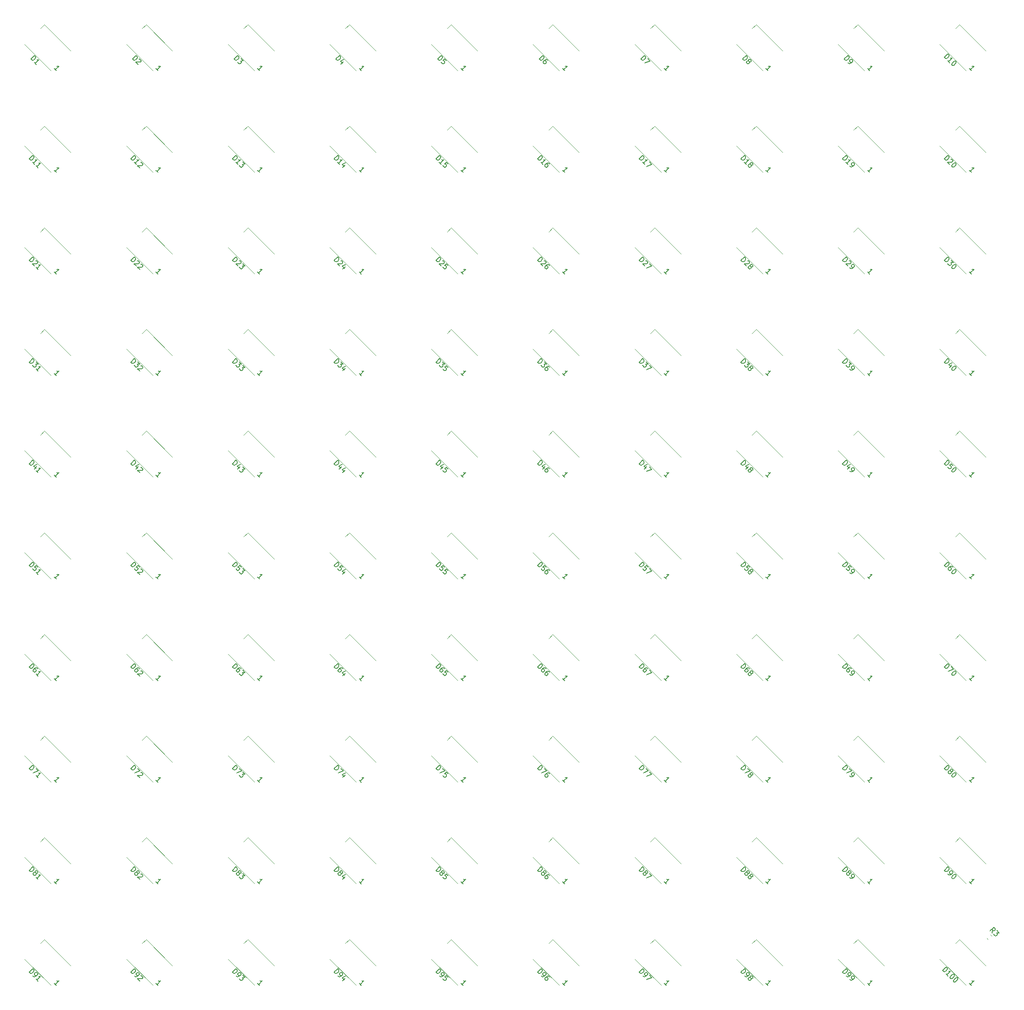
<source format=gbr>
G04 #@! TF.GenerationSoftware,KiCad,Pcbnew,5.1.6-1*
G04 #@! TF.CreationDate,2020-06-08T20:05:56+02:00*
G04 #@! TF.ProjectId,pentasquare,70656e74-6173-4717-9561-72652e6b6963,rev?*
G04 #@! TF.SameCoordinates,Original*
G04 #@! TF.FileFunction,Legend,Top*
G04 #@! TF.FilePolarity,Positive*
%FSLAX46Y46*%
G04 Gerber Fmt 4.6, Leading zero omitted, Abs format (unit mm)*
G04 Created by KiCad (PCBNEW 5.1.6-1) date 2020-06-08 20:05:56*
%MOMM*%
%LPD*%
G01*
G04 APERTURE LIST*
%ADD10C,0.120000*%
%ADD11C,0.150000*%
G04 APERTURE END LIST*
D10*
X210440802Y-199559553D02*
X210683011Y-199801762D01*
X209719553Y-200280802D02*
X209961762Y-200523011D01*
X204363604Y-200474517D02*
X203550431Y-201287689D01*
X209525483Y-205636396D02*
X204363604Y-200474517D01*
X205636396Y-209525483D02*
X200474517Y-204363604D01*
X185636396Y-209525483D02*
X180474517Y-204363604D01*
X189525483Y-205636396D02*
X184363604Y-200474517D01*
X184363604Y-200474517D02*
X183550431Y-201287689D01*
X164363604Y-200474517D02*
X163550431Y-201287689D01*
X169525483Y-205636396D02*
X164363604Y-200474517D01*
X165636396Y-209525483D02*
X160474517Y-204363604D01*
X145636396Y-209525483D02*
X140474517Y-204363604D01*
X149525483Y-205636396D02*
X144363604Y-200474517D01*
X144363604Y-200474517D02*
X143550431Y-201287689D01*
X124363604Y-200474517D02*
X123550431Y-201287689D01*
X129525483Y-205636396D02*
X124363604Y-200474517D01*
X125636396Y-209525483D02*
X120474517Y-204363604D01*
X105636396Y-209525483D02*
X100474517Y-204363604D01*
X109525483Y-205636396D02*
X104363604Y-200474517D01*
X104363604Y-200474517D02*
X103550431Y-201287689D01*
X84363604Y-200474517D02*
X83550431Y-201287689D01*
X89525483Y-205636396D02*
X84363604Y-200474517D01*
X85636396Y-209525483D02*
X80474517Y-204363604D01*
X65636396Y-209525483D02*
X60474517Y-204363604D01*
X69525483Y-205636396D02*
X64363604Y-200474517D01*
X64363604Y-200474517D02*
X63550431Y-201287689D01*
X44363604Y-200474517D02*
X43550431Y-201287689D01*
X49525483Y-205636396D02*
X44363604Y-200474517D01*
X45636396Y-209525483D02*
X40474517Y-204363604D01*
X25636396Y-209525483D02*
X20474517Y-204363604D01*
X29525483Y-205636396D02*
X24363604Y-200474517D01*
X24363604Y-200474517D02*
X23550431Y-201287689D01*
X204363604Y-180474517D02*
X203550431Y-181287689D01*
X209525483Y-185636396D02*
X204363604Y-180474517D01*
X205636396Y-189525483D02*
X200474517Y-184363604D01*
X65636396Y-149525483D02*
X60474517Y-144363604D01*
X69525483Y-145636396D02*
X64363604Y-140474517D01*
X64363604Y-140474517D02*
X63550431Y-141287689D01*
X24363604Y-120474517D02*
X23550431Y-121287689D01*
X29525483Y-125636396D02*
X24363604Y-120474517D01*
X25636396Y-129525483D02*
X20474517Y-124363604D01*
X145636396Y-189525483D02*
X140474517Y-184363604D01*
X149525483Y-185636396D02*
X144363604Y-180474517D01*
X144363604Y-180474517D02*
X143550431Y-181287689D01*
X124363604Y-180474517D02*
X123550431Y-181287689D01*
X129525483Y-185636396D02*
X124363604Y-180474517D01*
X125636396Y-189525483D02*
X120474517Y-184363604D01*
X105636396Y-189525483D02*
X100474517Y-184363604D01*
X109525483Y-185636396D02*
X104363604Y-180474517D01*
X104363604Y-180474517D02*
X103550431Y-181287689D01*
X84363604Y-180474517D02*
X83550431Y-181287689D01*
X89525483Y-185636396D02*
X84363604Y-180474517D01*
X85636396Y-189525483D02*
X80474517Y-184363604D01*
X65636396Y-189525483D02*
X60474517Y-184363604D01*
X69525483Y-185636396D02*
X64363604Y-180474517D01*
X64363604Y-180474517D02*
X63550431Y-181287689D01*
X44363604Y-180474517D02*
X43550431Y-181287689D01*
X49525483Y-185636396D02*
X44363604Y-180474517D01*
X45636396Y-189525483D02*
X40474517Y-184363604D01*
X25636396Y-189525483D02*
X20474517Y-184363604D01*
X29525483Y-185636396D02*
X24363604Y-180474517D01*
X24363604Y-180474517D02*
X23550431Y-181287689D01*
X204363604Y-160474517D02*
X203550431Y-161287689D01*
X209525483Y-165636396D02*
X204363604Y-160474517D01*
X205636396Y-169525483D02*
X200474517Y-164363604D01*
X185636396Y-169525483D02*
X180474517Y-164363604D01*
X189525483Y-165636396D02*
X184363604Y-160474517D01*
X184363604Y-160474517D02*
X183550431Y-161287689D01*
X164363604Y-160474517D02*
X163550431Y-161287689D01*
X169525483Y-165636396D02*
X164363604Y-160474517D01*
X165636396Y-169525483D02*
X160474517Y-164363604D01*
X145636396Y-169525483D02*
X140474517Y-164363604D01*
X149525483Y-165636396D02*
X144363604Y-160474517D01*
X144363604Y-160474517D02*
X143550431Y-161287689D01*
X184363604Y-180474517D02*
X183550431Y-181287689D01*
X189525483Y-185636396D02*
X184363604Y-180474517D01*
X185636396Y-189525483D02*
X180474517Y-184363604D01*
X105636396Y-169525483D02*
X100474517Y-164363604D01*
X109525483Y-165636396D02*
X104363604Y-160474517D01*
X104363604Y-160474517D02*
X103550431Y-161287689D01*
X84363604Y-160474517D02*
X83550431Y-161287689D01*
X89525483Y-165636396D02*
X84363604Y-160474517D01*
X85636396Y-169525483D02*
X80474517Y-164363604D01*
X65636396Y-169525483D02*
X60474517Y-164363604D01*
X69525483Y-165636396D02*
X64363604Y-160474517D01*
X64363604Y-160474517D02*
X63550431Y-161287689D01*
X44363604Y-160474517D02*
X43550431Y-161287689D01*
X49525483Y-165636396D02*
X44363604Y-160474517D01*
X45636396Y-169525483D02*
X40474517Y-164363604D01*
X25636396Y-169525483D02*
X20474517Y-164363604D01*
X29525483Y-165636396D02*
X24363604Y-160474517D01*
X24363604Y-160474517D02*
X23550431Y-161287689D01*
X204363604Y-140474517D02*
X203550431Y-141287689D01*
X209525483Y-145636396D02*
X204363604Y-140474517D01*
X205636396Y-149525483D02*
X200474517Y-144363604D01*
X185636396Y-149525483D02*
X180474517Y-144363604D01*
X189525483Y-145636396D02*
X184363604Y-140474517D01*
X184363604Y-140474517D02*
X183550431Y-141287689D01*
X164363604Y-140474517D02*
X163550431Y-141287689D01*
X169525483Y-145636396D02*
X164363604Y-140474517D01*
X165636396Y-149525483D02*
X160474517Y-144363604D01*
X145636396Y-149525483D02*
X140474517Y-144363604D01*
X149525483Y-145636396D02*
X144363604Y-140474517D01*
X144363604Y-140474517D02*
X143550431Y-141287689D01*
X124363604Y-140474517D02*
X123550431Y-141287689D01*
X129525483Y-145636396D02*
X124363604Y-140474517D01*
X125636396Y-149525483D02*
X120474517Y-144363604D01*
X105636396Y-149525483D02*
X100474517Y-144363604D01*
X109525483Y-145636396D02*
X104363604Y-140474517D01*
X104363604Y-140474517D02*
X103550431Y-141287689D01*
X164363604Y-180474517D02*
X163550431Y-181287689D01*
X169525483Y-185636396D02*
X164363604Y-180474517D01*
X165636396Y-189525483D02*
X160474517Y-184363604D01*
X125636396Y-169525483D02*
X120474517Y-164363604D01*
X129525483Y-165636396D02*
X124363604Y-160474517D01*
X124363604Y-160474517D02*
X123550431Y-161287689D01*
X44363604Y-140474517D02*
X43550431Y-141287689D01*
X49525483Y-145636396D02*
X44363604Y-140474517D01*
X45636396Y-149525483D02*
X40474517Y-144363604D01*
X25636396Y-149525483D02*
X20474517Y-144363604D01*
X29525483Y-145636396D02*
X24363604Y-140474517D01*
X24363604Y-140474517D02*
X23550431Y-141287689D01*
X204363604Y-120474517D02*
X203550431Y-121287689D01*
X209525483Y-125636396D02*
X204363604Y-120474517D01*
X205636396Y-129525483D02*
X200474517Y-124363604D01*
X185636396Y-129525483D02*
X180474517Y-124363604D01*
X189525483Y-125636396D02*
X184363604Y-120474517D01*
X184363604Y-120474517D02*
X183550431Y-121287689D01*
X164363604Y-120474517D02*
X163550431Y-121287689D01*
X169525483Y-125636396D02*
X164363604Y-120474517D01*
X165636396Y-129525483D02*
X160474517Y-124363604D01*
X145636396Y-129525483D02*
X140474517Y-124363604D01*
X149525483Y-125636396D02*
X144363604Y-120474517D01*
X144363604Y-120474517D02*
X143550431Y-121287689D01*
X124363604Y-120474517D02*
X123550431Y-121287689D01*
X129525483Y-125636396D02*
X124363604Y-120474517D01*
X125636396Y-129525483D02*
X120474517Y-124363604D01*
X105636396Y-129525483D02*
X100474517Y-124363604D01*
X109525483Y-125636396D02*
X104363604Y-120474517D01*
X104363604Y-120474517D02*
X103550431Y-121287689D01*
X84363604Y-120474517D02*
X83550431Y-121287689D01*
X89525483Y-125636396D02*
X84363604Y-120474517D01*
X85636396Y-129525483D02*
X80474517Y-124363604D01*
X65636396Y-129525483D02*
X60474517Y-124363604D01*
X69525483Y-125636396D02*
X64363604Y-120474517D01*
X64363604Y-120474517D02*
X63550431Y-121287689D01*
X44363604Y-120474517D02*
X43550431Y-121287689D01*
X49525483Y-125636396D02*
X44363604Y-120474517D01*
X45636396Y-129525483D02*
X40474517Y-124363604D01*
X85636396Y-149525483D02*
X80474517Y-144363604D01*
X89525483Y-145636396D02*
X84363604Y-140474517D01*
X84363604Y-140474517D02*
X83550431Y-141287689D01*
X204363604Y-100474517D02*
X203550431Y-101287689D01*
X209525483Y-105636396D02*
X204363604Y-100474517D01*
X205636396Y-109525483D02*
X200474517Y-104363604D01*
X185636396Y-109525483D02*
X180474517Y-104363604D01*
X189525483Y-105636396D02*
X184363604Y-100474517D01*
X184363604Y-100474517D02*
X183550431Y-101287689D01*
X164363604Y-100474517D02*
X163550431Y-101287689D01*
X169525483Y-105636396D02*
X164363604Y-100474517D01*
X165636396Y-109525483D02*
X160474517Y-104363604D01*
X145636396Y-109525483D02*
X140474517Y-104363604D01*
X149525483Y-105636396D02*
X144363604Y-100474517D01*
X144363604Y-100474517D02*
X143550431Y-101287689D01*
X124363604Y-100474517D02*
X123550431Y-101287689D01*
X129525483Y-105636396D02*
X124363604Y-100474517D01*
X125636396Y-109525483D02*
X120474517Y-104363604D01*
X105636396Y-109525483D02*
X100474517Y-104363604D01*
X109525483Y-105636396D02*
X104363604Y-100474517D01*
X104363604Y-100474517D02*
X103550431Y-101287689D01*
X84363604Y-100474517D02*
X83550431Y-101287689D01*
X89525483Y-105636396D02*
X84363604Y-100474517D01*
X85636396Y-109525483D02*
X80474517Y-104363604D01*
X65636396Y-109525483D02*
X60474517Y-104363604D01*
X69525483Y-105636396D02*
X64363604Y-100474517D01*
X64363604Y-100474517D02*
X63550431Y-101287689D01*
X44363604Y-100474517D02*
X43550431Y-101287689D01*
X49525483Y-105636396D02*
X44363604Y-100474517D01*
X45636396Y-109525483D02*
X40474517Y-104363604D01*
X25636396Y-109525483D02*
X20474517Y-104363604D01*
X29525483Y-105636396D02*
X24363604Y-100474517D01*
X24363604Y-100474517D02*
X23550431Y-101287689D01*
X204363604Y-80474517D02*
X203550431Y-81287689D01*
X209525483Y-85636396D02*
X204363604Y-80474517D01*
X205636396Y-89525483D02*
X200474517Y-84363604D01*
X65636396Y-49525483D02*
X60474517Y-44363604D01*
X69525483Y-45636396D02*
X64363604Y-40474517D01*
X64363604Y-40474517D02*
X63550431Y-41287689D01*
X24363604Y-20474517D02*
X23550431Y-21287689D01*
X29525483Y-25636396D02*
X24363604Y-20474517D01*
X25636396Y-29525483D02*
X20474517Y-24363604D01*
X145636396Y-89525483D02*
X140474517Y-84363604D01*
X149525483Y-85636396D02*
X144363604Y-80474517D01*
X144363604Y-80474517D02*
X143550431Y-81287689D01*
X124363604Y-80474517D02*
X123550431Y-81287689D01*
X129525483Y-85636396D02*
X124363604Y-80474517D01*
X125636396Y-89525483D02*
X120474517Y-84363604D01*
X105636396Y-89525483D02*
X100474517Y-84363604D01*
X109525483Y-85636396D02*
X104363604Y-80474517D01*
X104363604Y-80474517D02*
X103550431Y-81287689D01*
X84363604Y-80474517D02*
X83550431Y-81287689D01*
X89525483Y-85636396D02*
X84363604Y-80474517D01*
X85636396Y-89525483D02*
X80474517Y-84363604D01*
X65636396Y-89525483D02*
X60474517Y-84363604D01*
X69525483Y-85636396D02*
X64363604Y-80474517D01*
X64363604Y-80474517D02*
X63550431Y-81287689D01*
X44363604Y-80474517D02*
X43550431Y-81287689D01*
X49525483Y-85636396D02*
X44363604Y-80474517D01*
X45636396Y-89525483D02*
X40474517Y-84363604D01*
X25636396Y-89525483D02*
X20474517Y-84363604D01*
X29525483Y-85636396D02*
X24363604Y-80474517D01*
X24363604Y-80474517D02*
X23550431Y-81287689D01*
X204363604Y-60474517D02*
X203550431Y-61287689D01*
X209525483Y-65636396D02*
X204363604Y-60474517D01*
X205636396Y-69525483D02*
X200474517Y-64363604D01*
X185636396Y-69525483D02*
X180474517Y-64363604D01*
X189525483Y-65636396D02*
X184363604Y-60474517D01*
X184363604Y-60474517D02*
X183550431Y-61287689D01*
X164363604Y-60474517D02*
X163550431Y-61287689D01*
X169525483Y-65636396D02*
X164363604Y-60474517D01*
X165636396Y-69525483D02*
X160474517Y-64363604D01*
X145636396Y-69525483D02*
X140474517Y-64363604D01*
X149525483Y-65636396D02*
X144363604Y-60474517D01*
X144363604Y-60474517D02*
X143550431Y-61287689D01*
X184363604Y-80474517D02*
X183550431Y-81287689D01*
X189525483Y-85636396D02*
X184363604Y-80474517D01*
X185636396Y-89525483D02*
X180474517Y-84363604D01*
X105636396Y-69525483D02*
X100474517Y-64363604D01*
X109525483Y-65636396D02*
X104363604Y-60474517D01*
X104363604Y-60474517D02*
X103550431Y-61287689D01*
X84363604Y-60474517D02*
X83550431Y-61287689D01*
X89525483Y-65636396D02*
X84363604Y-60474517D01*
X85636396Y-69525483D02*
X80474517Y-64363604D01*
X65636396Y-69525483D02*
X60474517Y-64363604D01*
X69525483Y-65636396D02*
X64363604Y-60474517D01*
X64363604Y-60474517D02*
X63550431Y-61287689D01*
X44363604Y-60474517D02*
X43550431Y-61287689D01*
X49525483Y-65636396D02*
X44363604Y-60474517D01*
X45636396Y-69525483D02*
X40474517Y-64363604D01*
X25636396Y-69525483D02*
X20474517Y-64363604D01*
X29525483Y-65636396D02*
X24363604Y-60474517D01*
X24363604Y-60474517D02*
X23550431Y-61287689D01*
X204363604Y-40474517D02*
X203550431Y-41287689D01*
X209525483Y-45636396D02*
X204363604Y-40474517D01*
X205636396Y-49525483D02*
X200474517Y-44363604D01*
X185636396Y-49525483D02*
X180474517Y-44363604D01*
X189525483Y-45636396D02*
X184363604Y-40474517D01*
X184363604Y-40474517D02*
X183550431Y-41287689D01*
X164363604Y-40474517D02*
X163550431Y-41287689D01*
X169525483Y-45636396D02*
X164363604Y-40474517D01*
X165636396Y-49525483D02*
X160474517Y-44363604D01*
X145636396Y-49525483D02*
X140474517Y-44363604D01*
X149525483Y-45636396D02*
X144363604Y-40474517D01*
X144363604Y-40474517D02*
X143550431Y-41287689D01*
X124363604Y-40474517D02*
X123550431Y-41287689D01*
X129525483Y-45636396D02*
X124363604Y-40474517D01*
X125636396Y-49525483D02*
X120474517Y-44363604D01*
X105636396Y-49525483D02*
X100474517Y-44363604D01*
X109525483Y-45636396D02*
X104363604Y-40474517D01*
X104363604Y-40474517D02*
X103550431Y-41287689D01*
X164363604Y-80474517D02*
X163550431Y-81287689D01*
X169525483Y-85636396D02*
X164363604Y-80474517D01*
X165636396Y-89525483D02*
X160474517Y-84363604D01*
X125636396Y-69525483D02*
X120474517Y-64363604D01*
X129525483Y-65636396D02*
X124363604Y-60474517D01*
X124363604Y-60474517D02*
X123550431Y-61287689D01*
X44363604Y-40474517D02*
X43550431Y-41287689D01*
X49525483Y-45636396D02*
X44363604Y-40474517D01*
X45636396Y-49525483D02*
X40474517Y-44363604D01*
X25636396Y-49525483D02*
X20474517Y-44363604D01*
X29525483Y-45636396D02*
X24363604Y-40474517D01*
X24363604Y-40474517D02*
X23550431Y-41287689D01*
X204363604Y-20474517D02*
X203550431Y-21287689D01*
X209525483Y-25636396D02*
X204363604Y-20474517D01*
X205636396Y-29525483D02*
X200474517Y-24363604D01*
X185636396Y-29525483D02*
X180474517Y-24363604D01*
X189525483Y-25636396D02*
X184363604Y-20474517D01*
X184363604Y-20474517D02*
X183550431Y-21287689D01*
X164363604Y-20474517D02*
X163550431Y-21287689D01*
X169525483Y-25636396D02*
X164363604Y-20474517D01*
X165636396Y-29525483D02*
X160474517Y-24363604D01*
X145636396Y-29525483D02*
X140474517Y-24363604D01*
X149525483Y-25636396D02*
X144363604Y-20474517D01*
X144363604Y-20474517D02*
X143550431Y-21287689D01*
X124363604Y-20474517D02*
X123550431Y-21287689D01*
X129525483Y-25636396D02*
X124363604Y-20474517D01*
X125636396Y-29525483D02*
X120474517Y-24363604D01*
X105636396Y-29525483D02*
X100474517Y-24363604D01*
X109525483Y-25636396D02*
X104363604Y-20474517D01*
X104363604Y-20474517D02*
X103550431Y-21287689D01*
X84363604Y-20474517D02*
X83550431Y-21287689D01*
X89525483Y-25636396D02*
X84363604Y-20474517D01*
X85636396Y-29525483D02*
X80474517Y-24363604D01*
X65636396Y-29525483D02*
X60474517Y-24363604D01*
X69525483Y-25636396D02*
X64363604Y-20474517D01*
X64363604Y-20474517D02*
X63550431Y-21287689D01*
X44363604Y-20474517D02*
X43550431Y-21287689D01*
X49525483Y-25636396D02*
X44363604Y-20474517D01*
X45636396Y-29525483D02*
X40474517Y-24363604D01*
X85636396Y-49525483D02*
X80474517Y-44363604D01*
X89525483Y-45636396D02*
X84363604Y-40474517D01*
X84363604Y-40474517D02*
X83550431Y-41287689D01*
D11*
X210774712Y-199232149D02*
X210875727Y-198659729D01*
X210370651Y-198828088D02*
X211077757Y-198120981D01*
X211347132Y-198390355D01*
X211380803Y-198491370D01*
X211380803Y-198558714D01*
X211347132Y-198659729D01*
X211246116Y-198760744D01*
X211145101Y-198794416D01*
X211077757Y-198794416D01*
X210976742Y-198760744D01*
X210707368Y-198491370D01*
X211717521Y-198760744D02*
X212155254Y-199198477D01*
X211650177Y-199232149D01*
X211751193Y-199333164D01*
X211784864Y-199434180D01*
X211784864Y-199501523D01*
X211751193Y-199602538D01*
X211582834Y-199770897D01*
X211481819Y-199804569D01*
X211414475Y-199804569D01*
X211313460Y-199770897D01*
X211111429Y-199568867D01*
X211077757Y-199467851D01*
X211077757Y-199400508D01*
X201009897Y-206599408D02*
X201717003Y-205892301D01*
X201885362Y-206060660D01*
X201952706Y-206195347D01*
X201952706Y-206330034D01*
X201919034Y-206431049D01*
X201818019Y-206599408D01*
X201717003Y-206700423D01*
X201548645Y-206801438D01*
X201447629Y-206835110D01*
X201312942Y-206835110D01*
X201178255Y-206767767D01*
X201009897Y-206599408D01*
X202087393Y-207676904D02*
X201683332Y-207272843D01*
X201885362Y-207474874D02*
X202592469Y-206767767D01*
X202424110Y-206801438D01*
X202289423Y-206801438D01*
X202188408Y-206767767D01*
X203232232Y-207407530D02*
X203299576Y-207474874D01*
X203333248Y-207575889D01*
X203333248Y-207643232D01*
X203299576Y-207744248D01*
X203198561Y-207912606D01*
X203030202Y-208080965D01*
X202861843Y-208181980D01*
X202760828Y-208215652D01*
X202693484Y-208215652D01*
X202592469Y-208181980D01*
X202525126Y-208114637D01*
X202491454Y-208013622D01*
X202491454Y-207946278D01*
X202525125Y-207845263D01*
X202626141Y-207676904D01*
X202794500Y-207508545D01*
X202962858Y-207407530D01*
X203063874Y-207373858D01*
X203131217Y-207373858D01*
X203232232Y-207407530D01*
X203905667Y-208080965D02*
X203973011Y-208148309D01*
X204006683Y-208249324D01*
X204006683Y-208316667D01*
X203973011Y-208417683D01*
X203871996Y-208586041D01*
X203703637Y-208754400D01*
X203535278Y-208855415D01*
X203434263Y-208889087D01*
X203366919Y-208889087D01*
X203265904Y-208855415D01*
X203198561Y-208788072D01*
X203164889Y-208687057D01*
X203164889Y-208619713D01*
X203198561Y-208518698D01*
X203299576Y-208350339D01*
X203467935Y-208181980D01*
X203636293Y-208080965D01*
X203737309Y-208047293D01*
X203804652Y-208047293D01*
X203905667Y-208080965D01*
X206685270Y-209587776D02*
X206281209Y-209183715D01*
X206483240Y-209385745D02*
X207190347Y-208678638D01*
X207021988Y-208712310D01*
X206887301Y-208712310D01*
X206786286Y-208678638D01*
X181346614Y-206936125D02*
X182053721Y-206229019D01*
X182222080Y-206397377D01*
X182289423Y-206532064D01*
X182289423Y-206666751D01*
X182255751Y-206767767D01*
X182154736Y-206936125D01*
X182053721Y-207037141D01*
X181885362Y-207138156D01*
X181784347Y-207171828D01*
X181649660Y-207171828D01*
X181514973Y-207104484D01*
X181346614Y-206936125D01*
X182087393Y-207676904D02*
X182222080Y-207811591D01*
X182323095Y-207845263D01*
X182390438Y-207845263D01*
X182558797Y-207811591D01*
X182727156Y-207710576D01*
X182996530Y-207441202D01*
X183030202Y-207340186D01*
X183030202Y-207272843D01*
X182996530Y-207171828D01*
X182861843Y-207037141D01*
X182760828Y-207003469D01*
X182693484Y-207003469D01*
X182592469Y-207037141D01*
X182424110Y-207205499D01*
X182390438Y-207306515D01*
X182390438Y-207373858D01*
X182424110Y-207474874D01*
X182558797Y-207609561D01*
X182659813Y-207643232D01*
X182727156Y-207643232D01*
X182828171Y-207609561D01*
X182760828Y-208350339D02*
X182895515Y-208485026D01*
X182996530Y-208518698D01*
X183063874Y-208518698D01*
X183232232Y-208485026D01*
X183400591Y-208384011D01*
X183669965Y-208114637D01*
X183703637Y-208013622D01*
X183703637Y-207946278D01*
X183669965Y-207845263D01*
X183535278Y-207710576D01*
X183434263Y-207676904D01*
X183366919Y-207676904D01*
X183265904Y-207710576D01*
X183097545Y-207878935D01*
X183063874Y-207979950D01*
X183063874Y-208047293D01*
X183097545Y-208148309D01*
X183232232Y-208282996D01*
X183333248Y-208316667D01*
X183400591Y-208316667D01*
X183501606Y-208282996D01*
X186685270Y-209587776D02*
X186281209Y-209183715D01*
X186483240Y-209385745D02*
X187190347Y-208678638D01*
X187021988Y-208712310D01*
X186887301Y-208712310D01*
X186786286Y-208678638D01*
X161346614Y-206936125D02*
X162053721Y-206229019D01*
X162222080Y-206397377D01*
X162289423Y-206532064D01*
X162289423Y-206666751D01*
X162255751Y-206767767D01*
X162154736Y-206936125D01*
X162053721Y-207037141D01*
X161885362Y-207138156D01*
X161784347Y-207171828D01*
X161649660Y-207171828D01*
X161514973Y-207104484D01*
X161346614Y-206936125D01*
X162087393Y-207676904D02*
X162222080Y-207811591D01*
X162323095Y-207845263D01*
X162390438Y-207845263D01*
X162558797Y-207811591D01*
X162727156Y-207710576D01*
X162996530Y-207441202D01*
X163030202Y-207340186D01*
X163030202Y-207272843D01*
X162996530Y-207171828D01*
X162861843Y-207037141D01*
X162760828Y-207003469D01*
X162693484Y-207003469D01*
X162592469Y-207037141D01*
X162424110Y-207205499D01*
X162390438Y-207306515D01*
X162390438Y-207373858D01*
X162424110Y-207474874D01*
X162558797Y-207609561D01*
X162659813Y-207643232D01*
X162727156Y-207643232D01*
X162828171Y-207609561D01*
X163232232Y-208013622D02*
X163198561Y-207912606D01*
X163198561Y-207845263D01*
X163232232Y-207744248D01*
X163265904Y-207710576D01*
X163366919Y-207676904D01*
X163434263Y-207676904D01*
X163535278Y-207710576D01*
X163669965Y-207845263D01*
X163703637Y-207946278D01*
X163703637Y-208013622D01*
X163669965Y-208114637D01*
X163636293Y-208148309D01*
X163535278Y-208181980D01*
X163467935Y-208181980D01*
X163366919Y-208148309D01*
X163232232Y-208013622D01*
X163131217Y-207979950D01*
X163063874Y-207979950D01*
X162962858Y-208013622D01*
X162828171Y-208148309D01*
X162794500Y-208249324D01*
X162794500Y-208316667D01*
X162828171Y-208417683D01*
X162962858Y-208552370D01*
X163063874Y-208586041D01*
X163131217Y-208586041D01*
X163232232Y-208552370D01*
X163366919Y-208417683D01*
X163400591Y-208316667D01*
X163400591Y-208249324D01*
X163366919Y-208148309D01*
X166685270Y-209587776D02*
X166281209Y-209183715D01*
X166483240Y-209385745D02*
X167190347Y-208678638D01*
X167021988Y-208712310D01*
X166887301Y-208712310D01*
X166786286Y-208678638D01*
X141346614Y-206936125D02*
X142053721Y-206229019D01*
X142222080Y-206397377D01*
X142289423Y-206532064D01*
X142289423Y-206666751D01*
X142255751Y-206767767D01*
X142154736Y-206936125D01*
X142053721Y-207037141D01*
X141885362Y-207138156D01*
X141784347Y-207171828D01*
X141649660Y-207171828D01*
X141514973Y-207104484D01*
X141346614Y-206936125D01*
X142087393Y-207676904D02*
X142222080Y-207811591D01*
X142323095Y-207845263D01*
X142390438Y-207845263D01*
X142558797Y-207811591D01*
X142727156Y-207710576D01*
X142996530Y-207441202D01*
X143030202Y-207340186D01*
X143030202Y-207272843D01*
X142996530Y-207171828D01*
X142861843Y-207037141D01*
X142760828Y-207003469D01*
X142693484Y-207003469D01*
X142592469Y-207037141D01*
X142424110Y-207205499D01*
X142390438Y-207306515D01*
X142390438Y-207373858D01*
X142424110Y-207474874D01*
X142558797Y-207609561D01*
X142659813Y-207643232D01*
X142727156Y-207643232D01*
X142828171Y-207609561D01*
X143366919Y-207542217D02*
X143838324Y-208013622D01*
X142828171Y-208417683D01*
X146685270Y-209587776D02*
X146281209Y-209183715D01*
X146483240Y-209385745D02*
X147190347Y-208678638D01*
X147021988Y-208712310D01*
X146887301Y-208712310D01*
X146786286Y-208678638D01*
X121346614Y-206936125D02*
X122053721Y-206229019D01*
X122222080Y-206397377D01*
X122289423Y-206532064D01*
X122289423Y-206666751D01*
X122255751Y-206767767D01*
X122154736Y-206936125D01*
X122053721Y-207037141D01*
X121885362Y-207138156D01*
X121784347Y-207171828D01*
X121649660Y-207171828D01*
X121514973Y-207104484D01*
X121346614Y-206936125D01*
X122087393Y-207676904D02*
X122222080Y-207811591D01*
X122323095Y-207845263D01*
X122390438Y-207845263D01*
X122558797Y-207811591D01*
X122727156Y-207710576D01*
X122996530Y-207441202D01*
X123030202Y-207340186D01*
X123030202Y-207272843D01*
X122996530Y-207171828D01*
X122861843Y-207037141D01*
X122760828Y-207003469D01*
X122693484Y-207003469D01*
X122592469Y-207037141D01*
X122424110Y-207205499D01*
X122390438Y-207306515D01*
X122390438Y-207373858D01*
X122424110Y-207474874D01*
X122558797Y-207609561D01*
X122659813Y-207643232D01*
X122727156Y-207643232D01*
X122828171Y-207609561D01*
X123737309Y-207912606D02*
X123602622Y-207777919D01*
X123501606Y-207744248D01*
X123434263Y-207744248D01*
X123265904Y-207777919D01*
X123097545Y-207878935D01*
X122828171Y-208148309D01*
X122794500Y-208249324D01*
X122794500Y-208316667D01*
X122828171Y-208417683D01*
X122962858Y-208552370D01*
X123063874Y-208586041D01*
X123131217Y-208586041D01*
X123232232Y-208552370D01*
X123400591Y-208384011D01*
X123434263Y-208282996D01*
X123434263Y-208215652D01*
X123400591Y-208114637D01*
X123265904Y-207979950D01*
X123164889Y-207946278D01*
X123097545Y-207946278D01*
X122996530Y-207979950D01*
X126685270Y-209587776D02*
X126281209Y-209183715D01*
X126483240Y-209385745D02*
X127190347Y-208678638D01*
X127021988Y-208712310D01*
X126887301Y-208712310D01*
X126786286Y-208678638D01*
X101346614Y-206936125D02*
X102053721Y-206229019D01*
X102222080Y-206397377D01*
X102289423Y-206532064D01*
X102289423Y-206666751D01*
X102255751Y-206767767D01*
X102154736Y-206936125D01*
X102053721Y-207037141D01*
X101885362Y-207138156D01*
X101784347Y-207171828D01*
X101649660Y-207171828D01*
X101514973Y-207104484D01*
X101346614Y-206936125D01*
X102087393Y-207676904D02*
X102222080Y-207811591D01*
X102323095Y-207845263D01*
X102390438Y-207845263D01*
X102558797Y-207811591D01*
X102727156Y-207710576D01*
X102996530Y-207441202D01*
X103030202Y-207340186D01*
X103030202Y-207272843D01*
X102996530Y-207171828D01*
X102861843Y-207037141D01*
X102760828Y-207003469D01*
X102693484Y-207003469D01*
X102592469Y-207037141D01*
X102424110Y-207205499D01*
X102390438Y-207306515D01*
X102390438Y-207373858D01*
X102424110Y-207474874D01*
X102558797Y-207609561D01*
X102659813Y-207643232D01*
X102727156Y-207643232D01*
X102828171Y-207609561D01*
X103770980Y-207946278D02*
X103434263Y-207609561D01*
X103063874Y-207912606D01*
X103131217Y-207912606D01*
X103232232Y-207946278D01*
X103400591Y-208114637D01*
X103434263Y-208215652D01*
X103434263Y-208282996D01*
X103400591Y-208384011D01*
X103232232Y-208552370D01*
X103131217Y-208586041D01*
X103063874Y-208586041D01*
X102962858Y-208552370D01*
X102794500Y-208384011D01*
X102760828Y-208282996D01*
X102760828Y-208215652D01*
X106685270Y-209587776D02*
X106281209Y-209183715D01*
X106483240Y-209385745D02*
X107190347Y-208678638D01*
X107021988Y-208712310D01*
X106887301Y-208712310D01*
X106786286Y-208678638D01*
X81346614Y-206936125D02*
X82053721Y-206229019D01*
X82222080Y-206397377D01*
X82289423Y-206532064D01*
X82289423Y-206666751D01*
X82255751Y-206767767D01*
X82154736Y-206936125D01*
X82053721Y-207037141D01*
X81885362Y-207138156D01*
X81784347Y-207171828D01*
X81649660Y-207171828D01*
X81514973Y-207104484D01*
X81346614Y-206936125D01*
X82087393Y-207676904D02*
X82222080Y-207811591D01*
X82323095Y-207845263D01*
X82390438Y-207845263D01*
X82558797Y-207811591D01*
X82727156Y-207710576D01*
X82996530Y-207441202D01*
X83030202Y-207340186D01*
X83030202Y-207272843D01*
X82996530Y-207171828D01*
X82861843Y-207037141D01*
X82760828Y-207003469D01*
X82693484Y-207003469D01*
X82592469Y-207037141D01*
X82424110Y-207205499D01*
X82390438Y-207306515D01*
X82390438Y-207373858D01*
X82424110Y-207474874D01*
X82558797Y-207609561D01*
X82659813Y-207643232D01*
X82727156Y-207643232D01*
X82828171Y-207609561D01*
X83501606Y-208148309D02*
X83030202Y-208619713D01*
X83602622Y-207710576D02*
X82929187Y-208047293D01*
X83366919Y-208485026D01*
X86685270Y-209587776D02*
X86281209Y-209183715D01*
X86483240Y-209385745D02*
X87190347Y-208678638D01*
X87021988Y-208712310D01*
X86887301Y-208712310D01*
X86786286Y-208678638D01*
X61346614Y-206936125D02*
X62053721Y-206229019D01*
X62222080Y-206397377D01*
X62289423Y-206532064D01*
X62289423Y-206666751D01*
X62255751Y-206767767D01*
X62154736Y-206936125D01*
X62053721Y-207037141D01*
X61885362Y-207138156D01*
X61784347Y-207171828D01*
X61649660Y-207171828D01*
X61514973Y-207104484D01*
X61346614Y-206936125D01*
X62087393Y-207676904D02*
X62222080Y-207811591D01*
X62323095Y-207845263D01*
X62390438Y-207845263D01*
X62558797Y-207811591D01*
X62727156Y-207710576D01*
X62996530Y-207441202D01*
X63030202Y-207340186D01*
X63030202Y-207272843D01*
X62996530Y-207171828D01*
X62861843Y-207037141D01*
X62760828Y-207003469D01*
X62693484Y-207003469D01*
X62592469Y-207037141D01*
X62424110Y-207205499D01*
X62390438Y-207306515D01*
X62390438Y-207373858D01*
X62424110Y-207474874D01*
X62558797Y-207609561D01*
X62659813Y-207643232D01*
X62727156Y-207643232D01*
X62828171Y-207609561D01*
X63366919Y-207542217D02*
X63804652Y-207979950D01*
X63299576Y-208013622D01*
X63400591Y-208114637D01*
X63434263Y-208215652D01*
X63434263Y-208282996D01*
X63400591Y-208384011D01*
X63232232Y-208552370D01*
X63131217Y-208586041D01*
X63063874Y-208586041D01*
X62962858Y-208552370D01*
X62760828Y-208350339D01*
X62727156Y-208249324D01*
X62727156Y-208181980D01*
X66685270Y-209587776D02*
X66281209Y-209183715D01*
X66483240Y-209385745D02*
X67190347Y-208678638D01*
X67021988Y-208712310D01*
X66887301Y-208712310D01*
X66786286Y-208678638D01*
X41346614Y-206936125D02*
X42053721Y-206229019D01*
X42222080Y-206397377D01*
X42289423Y-206532064D01*
X42289423Y-206666751D01*
X42255751Y-206767767D01*
X42154736Y-206936125D01*
X42053721Y-207037141D01*
X41885362Y-207138156D01*
X41784347Y-207171828D01*
X41649660Y-207171828D01*
X41514973Y-207104484D01*
X41346614Y-206936125D01*
X42087393Y-207676904D02*
X42222080Y-207811591D01*
X42323095Y-207845263D01*
X42390438Y-207845263D01*
X42558797Y-207811591D01*
X42727156Y-207710576D01*
X42996530Y-207441202D01*
X43030202Y-207340186D01*
X43030202Y-207272843D01*
X42996530Y-207171828D01*
X42861843Y-207037141D01*
X42760828Y-207003469D01*
X42693484Y-207003469D01*
X42592469Y-207037141D01*
X42424110Y-207205499D01*
X42390438Y-207306515D01*
X42390438Y-207373858D01*
X42424110Y-207474874D01*
X42558797Y-207609561D01*
X42659813Y-207643232D01*
X42727156Y-207643232D01*
X42828171Y-207609561D01*
X43333248Y-207643232D02*
X43400591Y-207643232D01*
X43501606Y-207676904D01*
X43669965Y-207845263D01*
X43703637Y-207946278D01*
X43703637Y-208013622D01*
X43669965Y-208114637D01*
X43602622Y-208181980D01*
X43467935Y-208249324D01*
X42659813Y-208249324D01*
X43097545Y-208687057D01*
X46685270Y-209587776D02*
X46281209Y-209183715D01*
X46483240Y-209385745D02*
X47190347Y-208678638D01*
X47021988Y-208712310D01*
X46887301Y-208712310D01*
X46786286Y-208678638D01*
X21346614Y-206936125D02*
X22053721Y-206229019D01*
X22222080Y-206397377D01*
X22289423Y-206532064D01*
X22289423Y-206666751D01*
X22255751Y-206767767D01*
X22154736Y-206936125D01*
X22053721Y-207037141D01*
X21885362Y-207138156D01*
X21784347Y-207171828D01*
X21649660Y-207171828D01*
X21514973Y-207104484D01*
X21346614Y-206936125D01*
X22087393Y-207676904D02*
X22222080Y-207811591D01*
X22323095Y-207845263D01*
X22390438Y-207845263D01*
X22558797Y-207811591D01*
X22727156Y-207710576D01*
X22996530Y-207441202D01*
X23030202Y-207340186D01*
X23030202Y-207272843D01*
X22996530Y-207171828D01*
X22861843Y-207037141D01*
X22760828Y-207003469D01*
X22693484Y-207003469D01*
X22592469Y-207037141D01*
X22424110Y-207205499D01*
X22390438Y-207306515D01*
X22390438Y-207373858D01*
X22424110Y-207474874D01*
X22558797Y-207609561D01*
X22659813Y-207643232D01*
X22727156Y-207643232D01*
X22828171Y-207609561D01*
X23097545Y-208687057D02*
X22693484Y-208282996D01*
X22895515Y-208485026D02*
X23602622Y-207777919D01*
X23434263Y-207811591D01*
X23299576Y-207811591D01*
X23198561Y-207777919D01*
X26685270Y-209587776D02*
X26281209Y-209183715D01*
X26483240Y-209385745D02*
X27190347Y-208678638D01*
X27021988Y-208712310D01*
X26887301Y-208712310D01*
X26786286Y-208678638D01*
X201346614Y-186936125D02*
X202053721Y-186229019D01*
X202222080Y-186397377D01*
X202289423Y-186532064D01*
X202289423Y-186666751D01*
X202255751Y-186767767D01*
X202154736Y-186936125D01*
X202053721Y-187037141D01*
X201885362Y-187138156D01*
X201784347Y-187171828D01*
X201649660Y-187171828D01*
X201514973Y-187104484D01*
X201346614Y-186936125D01*
X202087393Y-187676904D02*
X202222080Y-187811591D01*
X202323095Y-187845263D01*
X202390438Y-187845263D01*
X202558797Y-187811591D01*
X202727156Y-187710576D01*
X202996530Y-187441202D01*
X203030202Y-187340186D01*
X203030202Y-187272843D01*
X202996530Y-187171828D01*
X202861843Y-187037141D01*
X202760828Y-187003469D01*
X202693484Y-187003469D01*
X202592469Y-187037141D01*
X202424110Y-187205499D01*
X202390438Y-187306515D01*
X202390438Y-187373858D01*
X202424110Y-187474874D01*
X202558797Y-187609561D01*
X202659813Y-187643232D01*
X202727156Y-187643232D01*
X202828171Y-187609561D01*
X203568950Y-187744248D02*
X203636293Y-187811591D01*
X203669965Y-187912606D01*
X203669965Y-187979950D01*
X203636293Y-188080965D01*
X203535278Y-188249324D01*
X203366919Y-188417683D01*
X203198561Y-188518698D01*
X203097545Y-188552370D01*
X203030202Y-188552370D01*
X202929187Y-188518698D01*
X202861843Y-188451354D01*
X202828171Y-188350339D01*
X202828171Y-188282996D01*
X202861843Y-188181980D01*
X202962858Y-188013622D01*
X203131217Y-187845263D01*
X203299576Y-187744248D01*
X203400591Y-187710576D01*
X203467935Y-187710576D01*
X203568950Y-187744248D01*
X206685270Y-189587776D02*
X206281209Y-189183715D01*
X206483240Y-189385745D02*
X207190347Y-188678638D01*
X207021988Y-188712310D01*
X206887301Y-188712310D01*
X206786286Y-188678638D01*
X61346614Y-146936125D02*
X62053721Y-146229019D01*
X62222080Y-146397377D01*
X62289423Y-146532064D01*
X62289423Y-146666751D01*
X62255751Y-146767767D01*
X62154736Y-146936125D01*
X62053721Y-147037141D01*
X61885362Y-147138156D01*
X61784347Y-147171828D01*
X61649660Y-147171828D01*
X61514973Y-147104484D01*
X61346614Y-146936125D01*
X63063874Y-147239171D02*
X62929187Y-147104484D01*
X62828171Y-147070812D01*
X62760828Y-147070812D01*
X62592469Y-147104484D01*
X62424110Y-147205499D01*
X62154736Y-147474874D01*
X62121064Y-147575889D01*
X62121064Y-147643232D01*
X62154736Y-147744248D01*
X62289423Y-147878935D01*
X62390438Y-147912606D01*
X62457782Y-147912606D01*
X62558797Y-147878935D01*
X62727156Y-147710576D01*
X62760828Y-147609561D01*
X62760828Y-147542217D01*
X62727156Y-147441202D01*
X62592469Y-147306515D01*
X62491454Y-147272843D01*
X62424110Y-147272843D01*
X62323095Y-147306515D01*
X63366919Y-147542217D02*
X63804652Y-147979950D01*
X63299576Y-148013622D01*
X63400591Y-148114637D01*
X63434263Y-148215652D01*
X63434263Y-148282996D01*
X63400591Y-148384011D01*
X63232232Y-148552370D01*
X63131217Y-148586041D01*
X63063874Y-148586041D01*
X62962858Y-148552370D01*
X62760828Y-148350339D01*
X62727156Y-148249324D01*
X62727156Y-148181980D01*
X66685270Y-149587776D02*
X66281209Y-149183715D01*
X66483240Y-149385745D02*
X67190347Y-148678638D01*
X67021988Y-148712310D01*
X66887301Y-148712310D01*
X66786286Y-148678638D01*
X21346614Y-126936125D02*
X22053721Y-126229019D01*
X22222080Y-126397377D01*
X22289423Y-126532064D01*
X22289423Y-126666751D01*
X22255751Y-126767767D01*
X22154736Y-126936125D01*
X22053721Y-127037141D01*
X21885362Y-127138156D01*
X21784347Y-127171828D01*
X21649660Y-127171828D01*
X21514973Y-127104484D01*
X21346614Y-126936125D01*
X23097545Y-127272843D02*
X22760828Y-126936125D01*
X22390438Y-127239171D01*
X22457782Y-127239171D01*
X22558797Y-127272843D01*
X22727156Y-127441202D01*
X22760828Y-127542217D01*
X22760828Y-127609561D01*
X22727156Y-127710576D01*
X22558797Y-127878935D01*
X22457782Y-127912606D01*
X22390438Y-127912606D01*
X22289423Y-127878935D01*
X22121064Y-127710576D01*
X22087393Y-127609561D01*
X22087393Y-127542217D01*
X23097545Y-128687057D02*
X22693484Y-128282996D01*
X22895515Y-128485026D02*
X23602622Y-127777919D01*
X23434263Y-127811591D01*
X23299576Y-127811591D01*
X23198561Y-127777919D01*
X26685270Y-129587776D02*
X26281209Y-129183715D01*
X26483240Y-129385745D02*
X27190347Y-128678638D01*
X27021988Y-128712310D01*
X26887301Y-128712310D01*
X26786286Y-128678638D01*
X141346614Y-186936125D02*
X142053721Y-186229019D01*
X142222080Y-186397377D01*
X142289423Y-186532064D01*
X142289423Y-186666751D01*
X142255751Y-186767767D01*
X142154736Y-186936125D01*
X142053721Y-187037141D01*
X141885362Y-187138156D01*
X141784347Y-187171828D01*
X141649660Y-187171828D01*
X141514973Y-187104484D01*
X141346614Y-186936125D01*
X142558797Y-187340186D02*
X142525126Y-187239171D01*
X142525125Y-187171828D01*
X142558797Y-187070812D01*
X142592469Y-187037141D01*
X142693484Y-187003469D01*
X142760828Y-187003469D01*
X142861843Y-187037141D01*
X142996530Y-187171828D01*
X143030202Y-187272843D01*
X143030202Y-187340186D01*
X142996530Y-187441202D01*
X142962858Y-187474874D01*
X142861843Y-187508545D01*
X142794500Y-187508545D01*
X142693484Y-187474874D01*
X142558797Y-187340186D01*
X142457782Y-187306515D01*
X142390438Y-187306515D01*
X142289423Y-187340186D01*
X142154736Y-187474874D01*
X142121064Y-187575889D01*
X142121064Y-187643232D01*
X142154736Y-187744248D01*
X142289423Y-187878935D01*
X142390438Y-187912606D01*
X142457782Y-187912606D01*
X142558797Y-187878935D01*
X142693484Y-187744248D01*
X142727156Y-187643232D01*
X142727156Y-187575889D01*
X142693484Y-187474874D01*
X143366919Y-187542217D02*
X143838324Y-188013622D01*
X142828171Y-188417683D01*
X146685270Y-189587776D02*
X146281209Y-189183715D01*
X146483240Y-189385745D02*
X147190347Y-188678638D01*
X147021988Y-188712310D01*
X146887301Y-188712310D01*
X146786286Y-188678638D01*
X121346614Y-186936125D02*
X122053721Y-186229019D01*
X122222080Y-186397377D01*
X122289423Y-186532064D01*
X122289423Y-186666751D01*
X122255751Y-186767767D01*
X122154736Y-186936125D01*
X122053721Y-187037141D01*
X121885362Y-187138156D01*
X121784347Y-187171828D01*
X121649660Y-187171828D01*
X121514973Y-187104484D01*
X121346614Y-186936125D01*
X122558797Y-187340186D02*
X122525125Y-187239171D01*
X122525125Y-187171828D01*
X122558797Y-187070812D01*
X122592469Y-187037141D01*
X122693484Y-187003469D01*
X122760828Y-187003469D01*
X122861843Y-187037141D01*
X122996530Y-187171828D01*
X123030202Y-187272843D01*
X123030202Y-187340186D01*
X122996530Y-187441202D01*
X122962858Y-187474874D01*
X122861843Y-187508545D01*
X122794500Y-187508545D01*
X122693484Y-187474874D01*
X122558797Y-187340186D01*
X122457782Y-187306515D01*
X122390438Y-187306515D01*
X122289423Y-187340186D01*
X122154736Y-187474874D01*
X122121064Y-187575889D01*
X122121064Y-187643232D01*
X122154736Y-187744248D01*
X122289423Y-187878935D01*
X122390438Y-187912606D01*
X122457782Y-187912606D01*
X122558797Y-187878935D01*
X122693484Y-187744248D01*
X122727156Y-187643232D01*
X122727156Y-187575889D01*
X122693484Y-187474874D01*
X123737309Y-187912606D02*
X123602622Y-187777919D01*
X123501606Y-187744248D01*
X123434263Y-187744248D01*
X123265904Y-187777919D01*
X123097545Y-187878935D01*
X122828171Y-188148309D01*
X122794500Y-188249324D01*
X122794500Y-188316667D01*
X122828171Y-188417683D01*
X122962858Y-188552370D01*
X123063874Y-188586041D01*
X123131217Y-188586041D01*
X123232232Y-188552370D01*
X123400591Y-188384011D01*
X123434263Y-188282996D01*
X123434263Y-188215652D01*
X123400591Y-188114637D01*
X123265904Y-187979950D01*
X123164889Y-187946278D01*
X123097545Y-187946278D01*
X122996530Y-187979950D01*
X126685270Y-189587776D02*
X126281209Y-189183715D01*
X126483240Y-189385745D02*
X127190347Y-188678638D01*
X127021988Y-188712310D01*
X126887301Y-188712310D01*
X126786286Y-188678638D01*
X101346614Y-186936125D02*
X102053721Y-186229019D01*
X102222080Y-186397377D01*
X102289423Y-186532064D01*
X102289423Y-186666751D01*
X102255751Y-186767767D01*
X102154736Y-186936125D01*
X102053721Y-187037141D01*
X101885362Y-187138156D01*
X101784347Y-187171828D01*
X101649660Y-187171828D01*
X101514973Y-187104484D01*
X101346614Y-186936125D01*
X102558797Y-187340186D02*
X102525125Y-187239171D01*
X102525125Y-187171828D01*
X102558797Y-187070812D01*
X102592469Y-187037141D01*
X102693484Y-187003469D01*
X102760828Y-187003469D01*
X102861843Y-187037141D01*
X102996530Y-187171828D01*
X103030202Y-187272843D01*
X103030202Y-187340186D01*
X102996530Y-187441202D01*
X102962858Y-187474874D01*
X102861843Y-187508545D01*
X102794500Y-187508545D01*
X102693484Y-187474874D01*
X102558797Y-187340186D01*
X102457782Y-187306515D01*
X102390438Y-187306515D01*
X102289423Y-187340186D01*
X102154736Y-187474874D01*
X102121064Y-187575889D01*
X102121064Y-187643232D01*
X102154736Y-187744248D01*
X102289423Y-187878935D01*
X102390438Y-187912606D01*
X102457782Y-187912606D01*
X102558797Y-187878935D01*
X102693484Y-187744248D01*
X102727156Y-187643232D01*
X102727156Y-187575889D01*
X102693484Y-187474874D01*
X103770980Y-187946278D02*
X103434263Y-187609561D01*
X103063874Y-187912606D01*
X103131217Y-187912606D01*
X103232232Y-187946278D01*
X103400591Y-188114637D01*
X103434263Y-188215652D01*
X103434263Y-188282996D01*
X103400591Y-188384011D01*
X103232232Y-188552370D01*
X103131217Y-188586041D01*
X103063874Y-188586041D01*
X102962858Y-188552370D01*
X102794500Y-188384011D01*
X102760828Y-188282996D01*
X102760828Y-188215652D01*
X106685270Y-189587776D02*
X106281209Y-189183715D01*
X106483240Y-189385745D02*
X107190347Y-188678638D01*
X107021988Y-188712310D01*
X106887301Y-188712310D01*
X106786286Y-188678638D01*
X81346614Y-186936125D02*
X82053721Y-186229019D01*
X82222080Y-186397377D01*
X82289423Y-186532064D01*
X82289423Y-186666751D01*
X82255751Y-186767767D01*
X82154736Y-186936125D01*
X82053721Y-187037141D01*
X81885362Y-187138156D01*
X81784347Y-187171828D01*
X81649660Y-187171828D01*
X81514973Y-187104484D01*
X81346614Y-186936125D01*
X82558797Y-187340186D02*
X82525125Y-187239171D01*
X82525125Y-187171828D01*
X82558797Y-187070812D01*
X82592469Y-187037141D01*
X82693484Y-187003469D01*
X82760828Y-187003469D01*
X82861843Y-187037141D01*
X82996530Y-187171828D01*
X83030202Y-187272843D01*
X83030202Y-187340186D01*
X82996530Y-187441202D01*
X82962858Y-187474874D01*
X82861843Y-187508545D01*
X82794500Y-187508545D01*
X82693484Y-187474874D01*
X82558797Y-187340186D01*
X82457782Y-187306515D01*
X82390438Y-187306515D01*
X82289423Y-187340186D01*
X82154736Y-187474874D01*
X82121064Y-187575889D01*
X82121064Y-187643232D01*
X82154736Y-187744248D01*
X82289423Y-187878935D01*
X82390438Y-187912606D01*
X82457782Y-187912606D01*
X82558797Y-187878935D01*
X82693484Y-187744248D01*
X82727156Y-187643232D01*
X82727156Y-187575889D01*
X82693484Y-187474874D01*
X83501606Y-188148309D02*
X83030202Y-188619713D01*
X83602622Y-187710576D02*
X82929187Y-188047293D01*
X83366919Y-188485026D01*
X86685270Y-189587776D02*
X86281209Y-189183715D01*
X86483240Y-189385745D02*
X87190347Y-188678638D01*
X87021988Y-188712310D01*
X86887301Y-188712310D01*
X86786286Y-188678638D01*
X61346614Y-186936125D02*
X62053721Y-186229019D01*
X62222080Y-186397377D01*
X62289423Y-186532064D01*
X62289423Y-186666751D01*
X62255751Y-186767767D01*
X62154736Y-186936125D01*
X62053721Y-187037141D01*
X61885362Y-187138156D01*
X61784347Y-187171828D01*
X61649660Y-187171828D01*
X61514973Y-187104484D01*
X61346614Y-186936125D01*
X62558797Y-187340186D02*
X62525125Y-187239171D01*
X62525125Y-187171828D01*
X62558797Y-187070812D01*
X62592469Y-187037141D01*
X62693484Y-187003469D01*
X62760828Y-187003469D01*
X62861843Y-187037141D01*
X62996530Y-187171828D01*
X63030202Y-187272843D01*
X63030202Y-187340186D01*
X62996530Y-187441202D01*
X62962858Y-187474874D01*
X62861843Y-187508545D01*
X62794500Y-187508545D01*
X62693484Y-187474874D01*
X62558797Y-187340186D01*
X62457782Y-187306515D01*
X62390438Y-187306515D01*
X62289423Y-187340186D01*
X62154736Y-187474874D01*
X62121064Y-187575889D01*
X62121064Y-187643232D01*
X62154736Y-187744248D01*
X62289423Y-187878935D01*
X62390438Y-187912606D01*
X62457782Y-187912606D01*
X62558797Y-187878935D01*
X62693484Y-187744248D01*
X62727156Y-187643232D01*
X62727156Y-187575889D01*
X62693484Y-187474874D01*
X63366919Y-187542217D02*
X63804652Y-187979950D01*
X63299576Y-188013622D01*
X63400591Y-188114637D01*
X63434263Y-188215652D01*
X63434263Y-188282996D01*
X63400591Y-188384011D01*
X63232232Y-188552370D01*
X63131217Y-188586041D01*
X63063874Y-188586041D01*
X62962858Y-188552370D01*
X62760828Y-188350339D01*
X62727156Y-188249324D01*
X62727156Y-188181980D01*
X66685270Y-189587776D02*
X66281209Y-189183715D01*
X66483240Y-189385745D02*
X67190347Y-188678638D01*
X67021988Y-188712310D01*
X66887301Y-188712310D01*
X66786286Y-188678638D01*
X41346614Y-186936125D02*
X42053721Y-186229019D01*
X42222080Y-186397377D01*
X42289423Y-186532064D01*
X42289423Y-186666751D01*
X42255751Y-186767767D01*
X42154736Y-186936125D01*
X42053721Y-187037141D01*
X41885362Y-187138156D01*
X41784347Y-187171828D01*
X41649660Y-187171828D01*
X41514973Y-187104484D01*
X41346614Y-186936125D01*
X42558797Y-187340186D02*
X42525125Y-187239171D01*
X42525125Y-187171828D01*
X42558797Y-187070812D01*
X42592469Y-187037141D01*
X42693484Y-187003469D01*
X42760828Y-187003469D01*
X42861843Y-187037141D01*
X42996530Y-187171828D01*
X43030202Y-187272843D01*
X43030202Y-187340186D01*
X42996530Y-187441202D01*
X42962858Y-187474874D01*
X42861843Y-187508545D01*
X42794500Y-187508545D01*
X42693484Y-187474874D01*
X42558797Y-187340186D01*
X42457782Y-187306515D01*
X42390438Y-187306515D01*
X42289423Y-187340186D01*
X42154736Y-187474874D01*
X42121064Y-187575889D01*
X42121064Y-187643232D01*
X42154736Y-187744248D01*
X42289423Y-187878935D01*
X42390438Y-187912606D01*
X42457782Y-187912606D01*
X42558797Y-187878935D01*
X42693484Y-187744248D01*
X42727156Y-187643232D01*
X42727156Y-187575889D01*
X42693484Y-187474874D01*
X43333248Y-187643232D02*
X43400591Y-187643232D01*
X43501606Y-187676904D01*
X43669965Y-187845263D01*
X43703637Y-187946278D01*
X43703637Y-188013622D01*
X43669965Y-188114637D01*
X43602622Y-188181980D01*
X43467935Y-188249324D01*
X42659813Y-188249324D01*
X43097545Y-188687057D01*
X46685270Y-189587776D02*
X46281209Y-189183715D01*
X46483240Y-189385745D02*
X47190347Y-188678638D01*
X47021988Y-188712310D01*
X46887301Y-188712310D01*
X46786286Y-188678638D01*
X21346614Y-186936125D02*
X22053721Y-186229019D01*
X22222080Y-186397377D01*
X22289423Y-186532064D01*
X22289423Y-186666751D01*
X22255751Y-186767767D01*
X22154736Y-186936125D01*
X22053721Y-187037141D01*
X21885362Y-187138156D01*
X21784347Y-187171828D01*
X21649660Y-187171828D01*
X21514973Y-187104484D01*
X21346614Y-186936125D01*
X22558797Y-187340186D02*
X22525125Y-187239171D01*
X22525125Y-187171828D01*
X22558797Y-187070812D01*
X22592469Y-187037141D01*
X22693484Y-187003469D01*
X22760828Y-187003469D01*
X22861843Y-187037141D01*
X22996530Y-187171828D01*
X23030202Y-187272843D01*
X23030202Y-187340186D01*
X22996530Y-187441202D01*
X22962858Y-187474874D01*
X22861843Y-187508545D01*
X22794500Y-187508545D01*
X22693484Y-187474874D01*
X22558797Y-187340186D01*
X22457782Y-187306515D01*
X22390438Y-187306515D01*
X22289423Y-187340186D01*
X22154736Y-187474874D01*
X22121064Y-187575889D01*
X22121064Y-187643232D01*
X22154736Y-187744248D01*
X22289423Y-187878935D01*
X22390438Y-187912606D01*
X22457782Y-187912606D01*
X22558797Y-187878935D01*
X22693484Y-187744248D01*
X22727156Y-187643232D01*
X22727156Y-187575889D01*
X22693484Y-187474874D01*
X23097545Y-188687057D02*
X22693484Y-188282996D01*
X22895515Y-188485026D02*
X23602622Y-187777919D01*
X23434263Y-187811591D01*
X23299576Y-187811591D01*
X23198561Y-187777919D01*
X26685270Y-189587776D02*
X26281209Y-189183715D01*
X26483240Y-189385745D02*
X27190347Y-188678638D01*
X27021988Y-188712310D01*
X26887301Y-188712310D01*
X26786286Y-188678638D01*
X201346614Y-166936125D02*
X202053721Y-166229019D01*
X202222080Y-166397377D01*
X202289423Y-166532064D01*
X202289423Y-166666751D01*
X202255751Y-166767767D01*
X202154736Y-166936125D01*
X202053721Y-167037141D01*
X201885362Y-167138156D01*
X201784347Y-167171828D01*
X201649660Y-167171828D01*
X201514973Y-167104484D01*
X201346614Y-166936125D01*
X202558797Y-167340186D02*
X202525126Y-167239171D01*
X202525125Y-167171828D01*
X202558797Y-167070812D01*
X202592469Y-167037141D01*
X202693484Y-167003469D01*
X202760828Y-167003469D01*
X202861843Y-167037141D01*
X202996530Y-167171828D01*
X203030202Y-167272843D01*
X203030202Y-167340186D01*
X202996530Y-167441202D01*
X202962858Y-167474874D01*
X202861843Y-167508545D01*
X202794500Y-167508545D01*
X202693484Y-167474874D01*
X202558797Y-167340186D01*
X202457782Y-167306515D01*
X202390438Y-167306515D01*
X202289423Y-167340186D01*
X202154736Y-167474874D01*
X202121064Y-167575889D01*
X202121064Y-167643232D01*
X202154736Y-167744248D01*
X202289423Y-167878935D01*
X202390438Y-167912606D01*
X202457782Y-167912606D01*
X202558797Y-167878935D01*
X202693484Y-167744248D01*
X202727156Y-167643232D01*
X202727156Y-167575889D01*
X202693484Y-167474874D01*
X203568950Y-167744248D02*
X203636293Y-167811591D01*
X203669965Y-167912606D01*
X203669965Y-167979950D01*
X203636293Y-168080965D01*
X203535278Y-168249324D01*
X203366919Y-168417683D01*
X203198561Y-168518698D01*
X203097545Y-168552370D01*
X203030202Y-168552370D01*
X202929187Y-168518698D01*
X202861843Y-168451354D01*
X202828171Y-168350339D01*
X202828171Y-168282996D01*
X202861843Y-168181980D01*
X202962858Y-168013622D01*
X203131217Y-167845263D01*
X203299576Y-167744248D01*
X203400591Y-167710576D01*
X203467935Y-167710576D01*
X203568950Y-167744248D01*
X206685270Y-169587776D02*
X206281209Y-169183715D01*
X206483240Y-169385745D02*
X207190347Y-168678638D01*
X207021988Y-168712310D01*
X206887301Y-168712310D01*
X206786286Y-168678638D01*
X181346614Y-166936125D02*
X182053721Y-166229019D01*
X182222080Y-166397377D01*
X182289423Y-166532064D01*
X182289423Y-166666751D01*
X182255751Y-166767767D01*
X182154736Y-166936125D01*
X182053721Y-167037141D01*
X181885362Y-167138156D01*
X181784347Y-167171828D01*
X181649660Y-167171828D01*
X181514973Y-167104484D01*
X181346614Y-166936125D01*
X182693484Y-166868782D02*
X183164889Y-167340186D01*
X182154736Y-167744248D01*
X182760828Y-168350339D02*
X182895515Y-168485026D01*
X182996530Y-168518698D01*
X183063874Y-168518698D01*
X183232232Y-168485026D01*
X183400591Y-168384011D01*
X183669965Y-168114637D01*
X183703637Y-168013622D01*
X183703637Y-167946278D01*
X183669965Y-167845263D01*
X183535278Y-167710576D01*
X183434263Y-167676904D01*
X183366919Y-167676904D01*
X183265904Y-167710576D01*
X183097545Y-167878935D01*
X183063874Y-167979950D01*
X183063874Y-168047293D01*
X183097545Y-168148309D01*
X183232232Y-168282996D01*
X183333248Y-168316667D01*
X183400591Y-168316667D01*
X183501606Y-168282996D01*
X186685270Y-169587776D02*
X186281209Y-169183715D01*
X186483240Y-169385745D02*
X187190347Y-168678638D01*
X187021988Y-168712310D01*
X186887301Y-168712310D01*
X186786286Y-168678638D01*
X161346614Y-166936125D02*
X162053721Y-166229019D01*
X162222080Y-166397377D01*
X162289423Y-166532064D01*
X162289423Y-166666751D01*
X162255751Y-166767767D01*
X162154736Y-166936125D01*
X162053721Y-167037141D01*
X161885362Y-167138156D01*
X161784347Y-167171828D01*
X161649660Y-167171828D01*
X161514973Y-167104484D01*
X161346614Y-166936125D01*
X162693484Y-166868782D02*
X163164889Y-167340186D01*
X162154736Y-167744248D01*
X163232232Y-168013622D02*
X163198561Y-167912606D01*
X163198561Y-167845263D01*
X163232232Y-167744248D01*
X163265904Y-167710576D01*
X163366919Y-167676904D01*
X163434263Y-167676904D01*
X163535278Y-167710576D01*
X163669965Y-167845263D01*
X163703637Y-167946278D01*
X163703637Y-168013622D01*
X163669965Y-168114637D01*
X163636293Y-168148309D01*
X163535278Y-168181980D01*
X163467935Y-168181980D01*
X163366919Y-168148309D01*
X163232232Y-168013622D01*
X163131217Y-167979950D01*
X163063874Y-167979950D01*
X162962858Y-168013622D01*
X162828171Y-168148309D01*
X162794500Y-168249324D01*
X162794500Y-168316667D01*
X162828171Y-168417683D01*
X162962858Y-168552370D01*
X163063874Y-168586041D01*
X163131217Y-168586041D01*
X163232232Y-168552370D01*
X163366919Y-168417683D01*
X163400591Y-168316667D01*
X163400591Y-168249324D01*
X163366919Y-168148309D01*
X166685270Y-169587776D02*
X166281209Y-169183715D01*
X166483240Y-169385745D02*
X167190347Y-168678638D01*
X167021988Y-168712310D01*
X166887301Y-168712310D01*
X166786286Y-168678638D01*
X141346614Y-166936125D02*
X142053721Y-166229019D01*
X142222080Y-166397377D01*
X142289423Y-166532064D01*
X142289423Y-166666751D01*
X142255751Y-166767767D01*
X142154736Y-166936125D01*
X142053721Y-167037141D01*
X141885362Y-167138156D01*
X141784347Y-167171828D01*
X141649660Y-167171828D01*
X141514973Y-167104484D01*
X141346614Y-166936125D01*
X142693484Y-166868782D02*
X143164889Y-167340186D01*
X142154736Y-167744248D01*
X143366919Y-167542217D02*
X143838324Y-168013622D01*
X142828171Y-168417683D01*
X146685270Y-169587776D02*
X146281209Y-169183715D01*
X146483240Y-169385745D02*
X147190347Y-168678638D01*
X147021988Y-168712310D01*
X146887301Y-168712310D01*
X146786286Y-168678638D01*
X181346614Y-186936125D02*
X182053721Y-186229019D01*
X182222080Y-186397377D01*
X182289423Y-186532064D01*
X182289423Y-186666751D01*
X182255751Y-186767767D01*
X182154736Y-186936125D01*
X182053721Y-187037141D01*
X181885362Y-187138156D01*
X181784347Y-187171828D01*
X181649660Y-187171828D01*
X181514973Y-187104484D01*
X181346614Y-186936125D01*
X182558797Y-187340186D02*
X182525126Y-187239171D01*
X182525125Y-187171828D01*
X182558797Y-187070812D01*
X182592469Y-187037141D01*
X182693484Y-187003469D01*
X182760828Y-187003469D01*
X182861843Y-187037141D01*
X182996530Y-187171828D01*
X183030202Y-187272843D01*
X183030202Y-187340186D01*
X182996530Y-187441202D01*
X182962858Y-187474874D01*
X182861843Y-187508545D01*
X182794500Y-187508545D01*
X182693484Y-187474874D01*
X182558797Y-187340186D01*
X182457782Y-187306515D01*
X182390438Y-187306515D01*
X182289423Y-187340186D01*
X182154736Y-187474874D01*
X182121064Y-187575889D01*
X182121064Y-187643232D01*
X182154736Y-187744248D01*
X182289423Y-187878935D01*
X182390438Y-187912606D01*
X182457782Y-187912606D01*
X182558797Y-187878935D01*
X182693484Y-187744248D01*
X182727156Y-187643232D01*
X182727156Y-187575889D01*
X182693484Y-187474874D01*
X182760828Y-188350339D02*
X182895515Y-188485026D01*
X182996530Y-188518698D01*
X183063874Y-188518698D01*
X183232232Y-188485026D01*
X183400591Y-188384011D01*
X183669965Y-188114637D01*
X183703637Y-188013622D01*
X183703637Y-187946278D01*
X183669965Y-187845263D01*
X183535278Y-187710576D01*
X183434263Y-187676904D01*
X183366919Y-187676904D01*
X183265904Y-187710576D01*
X183097545Y-187878935D01*
X183063874Y-187979950D01*
X183063874Y-188047293D01*
X183097545Y-188148309D01*
X183232232Y-188282996D01*
X183333248Y-188316667D01*
X183400591Y-188316667D01*
X183501606Y-188282996D01*
X186685270Y-189587776D02*
X186281209Y-189183715D01*
X186483240Y-189385745D02*
X187190347Y-188678638D01*
X187021988Y-188712310D01*
X186887301Y-188712310D01*
X186786286Y-188678638D01*
X101346614Y-166936125D02*
X102053721Y-166229019D01*
X102222080Y-166397377D01*
X102289423Y-166532064D01*
X102289423Y-166666751D01*
X102255751Y-166767767D01*
X102154736Y-166936125D01*
X102053721Y-167037141D01*
X101885362Y-167138156D01*
X101784347Y-167171828D01*
X101649660Y-167171828D01*
X101514973Y-167104484D01*
X101346614Y-166936125D01*
X102693484Y-166868782D02*
X103164889Y-167340186D01*
X102154736Y-167744248D01*
X103770980Y-167946278D02*
X103434263Y-167609561D01*
X103063874Y-167912606D01*
X103131217Y-167912606D01*
X103232232Y-167946278D01*
X103400591Y-168114637D01*
X103434263Y-168215652D01*
X103434263Y-168282996D01*
X103400591Y-168384011D01*
X103232232Y-168552370D01*
X103131217Y-168586041D01*
X103063874Y-168586041D01*
X102962858Y-168552370D01*
X102794500Y-168384011D01*
X102760828Y-168282996D01*
X102760828Y-168215652D01*
X106685270Y-169587776D02*
X106281209Y-169183715D01*
X106483240Y-169385745D02*
X107190347Y-168678638D01*
X107021988Y-168712310D01*
X106887301Y-168712310D01*
X106786286Y-168678638D01*
X81346614Y-166936125D02*
X82053721Y-166229019D01*
X82222080Y-166397377D01*
X82289423Y-166532064D01*
X82289423Y-166666751D01*
X82255751Y-166767767D01*
X82154736Y-166936125D01*
X82053721Y-167037141D01*
X81885362Y-167138156D01*
X81784347Y-167171828D01*
X81649660Y-167171828D01*
X81514973Y-167104484D01*
X81346614Y-166936125D01*
X82693484Y-166868782D02*
X83164889Y-167340186D01*
X82154736Y-167744248D01*
X83501606Y-168148309D02*
X83030202Y-168619713D01*
X83602622Y-167710576D02*
X82929187Y-168047293D01*
X83366919Y-168485026D01*
X86685270Y-169587776D02*
X86281209Y-169183715D01*
X86483240Y-169385745D02*
X87190347Y-168678638D01*
X87021988Y-168712310D01*
X86887301Y-168712310D01*
X86786286Y-168678638D01*
X61346614Y-166936125D02*
X62053721Y-166229019D01*
X62222080Y-166397377D01*
X62289423Y-166532064D01*
X62289423Y-166666751D01*
X62255751Y-166767767D01*
X62154736Y-166936125D01*
X62053721Y-167037141D01*
X61885362Y-167138156D01*
X61784347Y-167171828D01*
X61649660Y-167171828D01*
X61514973Y-167104484D01*
X61346614Y-166936125D01*
X62693484Y-166868782D02*
X63164889Y-167340186D01*
X62154736Y-167744248D01*
X63366919Y-167542217D02*
X63804652Y-167979950D01*
X63299576Y-168013622D01*
X63400591Y-168114637D01*
X63434263Y-168215652D01*
X63434263Y-168282996D01*
X63400591Y-168384011D01*
X63232232Y-168552370D01*
X63131217Y-168586041D01*
X63063874Y-168586041D01*
X62962858Y-168552370D01*
X62760828Y-168350339D01*
X62727156Y-168249324D01*
X62727156Y-168181980D01*
X66685270Y-169587776D02*
X66281209Y-169183715D01*
X66483240Y-169385745D02*
X67190347Y-168678638D01*
X67021988Y-168712310D01*
X66887301Y-168712310D01*
X66786286Y-168678638D01*
X41346614Y-166936125D02*
X42053721Y-166229019D01*
X42222080Y-166397377D01*
X42289423Y-166532064D01*
X42289423Y-166666751D01*
X42255751Y-166767767D01*
X42154736Y-166936125D01*
X42053721Y-167037141D01*
X41885362Y-167138156D01*
X41784347Y-167171828D01*
X41649660Y-167171828D01*
X41514973Y-167104484D01*
X41346614Y-166936125D01*
X42693484Y-166868782D02*
X43164889Y-167340186D01*
X42154736Y-167744248D01*
X43333248Y-167643232D02*
X43400591Y-167643232D01*
X43501606Y-167676904D01*
X43669965Y-167845263D01*
X43703637Y-167946278D01*
X43703637Y-168013622D01*
X43669965Y-168114637D01*
X43602622Y-168181980D01*
X43467935Y-168249324D01*
X42659813Y-168249324D01*
X43097545Y-168687057D01*
X46685270Y-169587776D02*
X46281209Y-169183715D01*
X46483240Y-169385745D02*
X47190347Y-168678638D01*
X47021988Y-168712310D01*
X46887301Y-168712310D01*
X46786286Y-168678638D01*
X21346614Y-166936125D02*
X22053721Y-166229019D01*
X22222080Y-166397377D01*
X22289423Y-166532064D01*
X22289423Y-166666751D01*
X22255751Y-166767767D01*
X22154736Y-166936125D01*
X22053721Y-167037141D01*
X21885362Y-167138156D01*
X21784347Y-167171828D01*
X21649660Y-167171828D01*
X21514973Y-167104484D01*
X21346614Y-166936125D01*
X22693484Y-166868782D02*
X23164889Y-167340186D01*
X22154736Y-167744248D01*
X23097545Y-168687057D02*
X22693484Y-168282996D01*
X22895515Y-168485026D02*
X23602622Y-167777919D01*
X23434263Y-167811591D01*
X23299576Y-167811591D01*
X23198561Y-167777919D01*
X26685270Y-169587776D02*
X26281209Y-169183715D01*
X26483240Y-169385745D02*
X27190347Y-168678638D01*
X27021988Y-168712310D01*
X26887301Y-168712310D01*
X26786286Y-168678638D01*
X201346614Y-146936125D02*
X202053721Y-146229019D01*
X202222080Y-146397377D01*
X202289423Y-146532064D01*
X202289423Y-146666751D01*
X202255751Y-146767767D01*
X202154736Y-146936125D01*
X202053721Y-147037141D01*
X201885362Y-147138156D01*
X201784347Y-147171828D01*
X201649660Y-147171828D01*
X201514973Y-147104484D01*
X201346614Y-146936125D01*
X202693484Y-146868782D02*
X203164889Y-147340186D01*
X202154736Y-147744248D01*
X203568950Y-147744248D02*
X203636293Y-147811591D01*
X203669965Y-147912606D01*
X203669965Y-147979950D01*
X203636293Y-148080965D01*
X203535278Y-148249324D01*
X203366919Y-148417683D01*
X203198561Y-148518698D01*
X203097545Y-148552370D01*
X203030202Y-148552370D01*
X202929187Y-148518698D01*
X202861843Y-148451354D01*
X202828171Y-148350339D01*
X202828171Y-148282996D01*
X202861843Y-148181980D01*
X202962858Y-148013622D01*
X203131217Y-147845263D01*
X203299576Y-147744248D01*
X203400591Y-147710576D01*
X203467935Y-147710576D01*
X203568950Y-147744248D01*
X206685270Y-149587776D02*
X206281209Y-149183715D01*
X206483240Y-149385745D02*
X207190347Y-148678638D01*
X207021988Y-148712310D01*
X206887301Y-148712310D01*
X206786286Y-148678638D01*
X181346614Y-146936125D02*
X182053721Y-146229019D01*
X182222080Y-146397377D01*
X182289423Y-146532064D01*
X182289423Y-146666751D01*
X182255751Y-146767767D01*
X182154736Y-146936125D01*
X182053721Y-147037141D01*
X181885362Y-147138156D01*
X181784347Y-147171828D01*
X181649660Y-147171828D01*
X181514973Y-147104484D01*
X181346614Y-146936125D01*
X183063874Y-147239171D02*
X182929187Y-147104484D01*
X182828171Y-147070812D01*
X182760828Y-147070812D01*
X182592469Y-147104484D01*
X182424110Y-147205499D01*
X182154736Y-147474874D01*
X182121064Y-147575889D01*
X182121064Y-147643232D01*
X182154736Y-147744248D01*
X182289423Y-147878935D01*
X182390438Y-147912606D01*
X182457782Y-147912606D01*
X182558797Y-147878935D01*
X182727156Y-147710576D01*
X182760828Y-147609561D01*
X182760828Y-147542217D01*
X182727156Y-147441202D01*
X182592469Y-147306515D01*
X182491454Y-147272843D01*
X182424110Y-147272843D01*
X182323095Y-147306515D01*
X182760828Y-148350339D02*
X182895515Y-148485026D01*
X182996530Y-148518698D01*
X183063874Y-148518698D01*
X183232232Y-148485026D01*
X183400591Y-148384011D01*
X183669965Y-148114637D01*
X183703637Y-148013622D01*
X183703637Y-147946278D01*
X183669965Y-147845263D01*
X183535278Y-147710576D01*
X183434263Y-147676904D01*
X183366919Y-147676904D01*
X183265904Y-147710576D01*
X183097545Y-147878935D01*
X183063874Y-147979950D01*
X183063874Y-148047293D01*
X183097545Y-148148309D01*
X183232232Y-148282996D01*
X183333248Y-148316667D01*
X183400591Y-148316667D01*
X183501606Y-148282996D01*
X186685270Y-149587776D02*
X186281209Y-149183715D01*
X186483240Y-149385745D02*
X187190347Y-148678638D01*
X187021988Y-148712310D01*
X186887301Y-148712310D01*
X186786286Y-148678638D01*
X161346614Y-146936125D02*
X162053721Y-146229019D01*
X162222080Y-146397377D01*
X162289423Y-146532064D01*
X162289423Y-146666751D01*
X162255751Y-146767767D01*
X162154736Y-146936125D01*
X162053721Y-147037141D01*
X161885362Y-147138156D01*
X161784347Y-147171828D01*
X161649660Y-147171828D01*
X161514973Y-147104484D01*
X161346614Y-146936125D01*
X163063874Y-147239171D02*
X162929187Y-147104484D01*
X162828171Y-147070812D01*
X162760828Y-147070812D01*
X162592469Y-147104484D01*
X162424110Y-147205499D01*
X162154736Y-147474874D01*
X162121064Y-147575889D01*
X162121064Y-147643232D01*
X162154736Y-147744248D01*
X162289423Y-147878935D01*
X162390438Y-147912606D01*
X162457782Y-147912606D01*
X162558797Y-147878935D01*
X162727156Y-147710576D01*
X162760828Y-147609561D01*
X162760828Y-147542217D01*
X162727156Y-147441202D01*
X162592469Y-147306515D01*
X162491454Y-147272843D01*
X162424110Y-147272843D01*
X162323095Y-147306515D01*
X163232232Y-148013622D02*
X163198561Y-147912606D01*
X163198561Y-147845263D01*
X163232232Y-147744248D01*
X163265904Y-147710576D01*
X163366919Y-147676904D01*
X163434263Y-147676904D01*
X163535278Y-147710576D01*
X163669965Y-147845263D01*
X163703637Y-147946278D01*
X163703637Y-148013622D01*
X163669965Y-148114637D01*
X163636293Y-148148309D01*
X163535278Y-148181980D01*
X163467935Y-148181980D01*
X163366919Y-148148309D01*
X163232232Y-148013622D01*
X163131217Y-147979950D01*
X163063874Y-147979950D01*
X162962858Y-148013622D01*
X162828171Y-148148309D01*
X162794500Y-148249324D01*
X162794500Y-148316667D01*
X162828171Y-148417683D01*
X162962858Y-148552370D01*
X163063874Y-148586041D01*
X163131217Y-148586041D01*
X163232232Y-148552370D01*
X163366919Y-148417683D01*
X163400591Y-148316667D01*
X163400591Y-148249324D01*
X163366919Y-148148309D01*
X166685270Y-149587776D02*
X166281209Y-149183715D01*
X166483240Y-149385745D02*
X167190347Y-148678638D01*
X167021988Y-148712310D01*
X166887301Y-148712310D01*
X166786286Y-148678638D01*
X141346614Y-146936125D02*
X142053721Y-146229019D01*
X142222080Y-146397377D01*
X142289423Y-146532064D01*
X142289423Y-146666751D01*
X142255751Y-146767767D01*
X142154736Y-146936125D01*
X142053721Y-147037141D01*
X141885362Y-147138156D01*
X141784347Y-147171828D01*
X141649660Y-147171828D01*
X141514973Y-147104484D01*
X141346614Y-146936125D01*
X143063874Y-147239171D02*
X142929187Y-147104484D01*
X142828171Y-147070812D01*
X142760828Y-147070812D01*
X142592469Y-147104484D01*
X142424110Y-147205499D01*
X142154736Y-147474874D01*
X142121064Y-147575889D01*
X142121064Y-147643232D01*
X142154736Y-147744248D01*
X142289423Y-147878935D01*
X142390438Y-147912606D01*
X142457782Y-147912606D01*
X142558797Y-147878935D01*
X142727156Y-147710576D01*
X142760828Y-147609561D01*
X142760828Y-147542217D01*
X142727156Y-147441202D01*
X142592469Y-147306515D01*
X142491454Y-147272843D01*
X142424110Y-147272843D01*
X142323095Y-147306515D01*
X143366919Y-147542217D02*
X143838324Y-148013622D01*
X142828171Y-148417683D01*
X146685270Y-149587776D02*
X146281209Y-149183715D01*
X146483240Y-149385745D02*
X147190347Y-148678638D01*
X147021988Y-148712310D01*
X146887301Y-148712310D01*
X146786286Y-148678638D01*
X121346614Y-146936125D02*
X122053721Y-146229019D01*
X122222080Y-146397377D01*
X122289423Y-146532064D01*
X122289423Y-146666751D01*
X122255751Y-146767767D01*
X122154736Y-146936125D01*
X122053721Y-147037141D01*
X121885362Y-147138156D01*
X121784347Y-147171828D01*
X121649660Y-147171828D01*
X121514973Y-147104484D01*
X121346614Y-146936125D01*
X123063874Y-147239171D02*
X122929187Y-147104484D01*
X122828171Y-147070812D01*
X122760828Y-147070812D01*
X122592469Y-147104484D01*
X122424110Y-147205499D01*
X122154736Y-147474874D01*
X122121064Y-147575889D01*
X122121064Y-147643232D01*
X122154736Y-147744248D01*
X122289423Y-147878935D01*
X122390438Y-147912606D01*
X122457782Y-147912606D01*
X122558797Y-147878935D01*
X122727156Y-147710576D01*
X122760828Y-147609561D01*
X122760828Y-147542217D01*
X122727156Y-147441202D01*
X122592469Y-147306515D01*
X122491454Y-147272843D01*
X122424110Y-147272843D01*
X122323095Y-147306515D01*
X123737309Y-147912606D02*
X123602622Y-147777919D01*
X123501606Y-147744248D01*
X123434263Y-147744248D01*
X123265904Y-147777919D01*
X123097545Y-147878935D01*
X122828171Y-148148309D01*
X122794500Y-148249324D01*
X122794500Y-148316667D01*
X122828171Y-148417683D01*
X122962858Y-148552370D01*
X123063874Y-148586041D01*
X123131217Y-148586041D01*
X123232232Y-148552370D01*
X123400591Y-148384011D01*
X123434263Y-148282996D01*
X123434263Y-148215652D01*
X123400591Y-148114637D01*
X123265904Y-147979950D01*
X123164889Y-147946278D01*
X123097545Y-147946278D01*
X122996530Y-147979950D01*
X126685270Y-149587776D02*
X126281209Y-149183715D01*
X126483240Y-149385745D02*
X127190347Y-148678638D01*
X127021988Y-148712310D01*
X126887301Y-148712310D01*
X126786286Y-148678638D01*
X101346614Y-146936125D02*
X102053721Y-146229019D01*
X102222080Y-146397377D01*
X102289423Y-146532064D01*
X102289423Y-146666751D01*
X102255751Y-146767767D01*
X102154736Y-146936125D01*
X102053721Y-147037141D01*
X101885362Y-147138156D01*
X101784347Y-147171828D01*
X101649660Y-147171828D01*
X101514973Y-147104484D01*
X101346614Y-146936125D01*
X103063874Y-147239171D02*
X102929187Y-147104484D01*
X102828171Y-147070812D01*
X102760828Y-147070812D01*
X102592469Y-147104484D01*
X102424110Y-147205499D01*
X102154736Y-147474874D01*
X102121064Y-147575889D01*
X102121064Y-147643232D01*
X102154736Y-147744248D01*
X102289423Y-147878935D01*
X102390438Y-147912606D01*
X102457782Y-147912606D01*
X102558797Y-147878935D01*
X102727156Y-147710576D01*
X102760828Y-147609561D01*
X102760828Y-147542217D01*
X102727156Y-147441202D01*
X102592469Y-147306515D01*
X102491454Y-147272843D01*
X102424110Y-147272843D01*
X102323095Y-147306515D01*
X103770980Y-147946278D02*
X103434263Y-147609561D01*
X103063874Y-147912606D01*
X103131217Y-147912606D01*
X103232232Y-147946278D01*
X103400591Y-148114637D01*
X103434263Y-148215652D01*
X103434263Y-148282996D01*
X103400591Y-148384011D01*
X103232232Y-148552370D01*
X103131217Y-148586041D01*
X103063874Y-148586041D01*
X102962858Y-148552370D01*
X102794500Y-148384011D01*
X102760828Y-148282996D01*
X102760828Y-148215652D01*
X106685270Y-149587776D02*
X106281209Y-149183715D01*
X106483240Y-149385745D02*
X107190347Y-148678638D01*
X107021988Y-148712310D01*
X106887301Y-148712310D01*
X106786286Y-148678638D01*
X161346614Y-186936125D02*
X162053721Y-186229019D01*
X162222080Y-186397377D01*
X162289423Y-186532064D01*
X162289423Y-186666751D01*
X162255751Y-186767767D01*
X162154736Y-186936125D01*
X162053721Y-187037141D01*
X161885362Y-187138156D01*
X161784347Y-187171828D01*
X161649660Y-187171828D01*
X161514973Y-187104484D01*
X161346614Y-186936125D01*
X162558797Y-187340186D02*
X162525126Y-187239171D01*
X162525125Y-187171828D01*
X162558797Y-187070812D01*
X162592469Y-187037141D01*
X162693484Y-187003469D01*
X162760828Y-187003469D01*
X162861843Y-187037141D01*
X162996530Y-187171828D01*
X163030202Y-187272843D01*
X163030202Y-187340186D01*
X162996530Y-187441202D01*
X162962858Y-187474874D01*
X162861843Y-187508545D01*
X162794500Y-187508545D01*
X162693484Y-187474874D01*
X162558797Y-187340186D01*
X162457782Y-187306515D01*
X162390438Y-187306515D01*
X162289423Y-187340186D01*
X162154736Y-187474874D01*
X162121064Y-187575889D01*
X162121064Y-187643232D01*
X162154736Y-187744248D01*
X162289423Y-187878935D01*
X162390438Y-187912606D01*
X162457782Y-187912606D01*
X162558797Y-187878935D01*
X162693484Y-187744248D01*
X162727156Y-187643232D01*
X162727156Y-187575889D01*
X162693484Y-187474874D01*
X163232232Y-188013622D02*
X163198561Y-187912606D01*
X163198561Y-187845263D01*
X163232232Y-187744248D01*
X163265904Y-187710576D01*
X163366919Y-187676904D01*
X163434263Y-187676904D01*
X163535278Y-187710576D01*
X163669965Y-187845263D01*
X163703637Y-187946278D01*
X163703637Y-188013622D01*
X163669965Y-188114637D01*
X163636293Y-188148309D01*
X163535278Y-188181980D01*
X163467935Y-188181980D01*
X163366919Y-188148309D01*
X163232232Y-188013622D01*
X163131217Y-187979950D01*
X163063874Y-187979950D01*
X162962858Y-188013622D01*
X162828171Y-188148309D01*
X162794500Y-188249324D01*
X162794500Y-188316667D01*
X162828171Y-188417683D01*
X162962858Y-188552370D01*
X163063874Y-188586041D01*
X163131217Y-188586041D01*
X163232232Y-188552370D01*
X163366919Y-188417683D01*
X163400591Y-188316667D01*
X163400591Y-188249324D01*
X163366919Y-188148309D01*
X166685270Y-189587776D02*
X166281209Y-189183715D01*
X166483240Y-189385745D02*
X167190347Y-188678638D01*
X167021988Y-188712310D01*
X166887301Y-188712310D01*
X166786286Y-188678638D01*
X121346614Y-166936125D02*
X122053721Y-166229019D01*
X122222080Y-166397377D01*
X122289423Y-166532064D01*
X122289423Y-166666751D01*
X122255751Y-166767767D01*
X122154736Y-166936125D01*
X122053721Y-167037141D01*
X121885362Y-167138156D01*
X121784347Y-167171828D01*
X121649660Y-167171828D01*
X121514973Y-167104484D01*
X121346614Y-166936125D01*
X122693484Y-166868782D02*
X123164889Y-167340186D01*
X122154736Y-167744248D01*
X123737309Y-167912606D02*
X123602622Y-167777919D01*
X123501606Y-167744248D01*
X123434263Y-167744248D01*
X123265904Y-167777919D01*
X123097545Y-167878935D01*
X122828171Y-168148309D01*
X122794500Y-168249324D01*
X122794500Y-168316667D01*
X122828171Y-168417683D01*
X122962858Y-168552370D01*
X123063874Y-168586041D01*
X123131217Y-168586041D01*
X123232232Y-168552370D01*
X123400591Y-168384011D01*
X123434263Y-168282996D01*
X123434263Y-168215652D01*
X123400591Y-168114637D01*
X123265904Y-167979950D01*
X123164889Y-167946278D01*
X123097545Y-167946278D01*
X122996530Y-167979950D01*
X126685270Y-169587776D02*
X126281209Y-169183715D01*
X126483240Y-169385745D02*
X127190347Y-168678638D01*
X127021988Y-168712310D01*
X126887301Y-168712310D01*
X126786286Y-168678638D01*
X41346614Y-146936125D02*
X42053721Y-146229019D01*
X42222080Y-146397377D01*
X42289423Y-146532064D01*
X42289423Y-146666751D01*
X42255751Y-146767767D01*
X42154736Y-146936125D01*
X42053721Y-147037141D01*
X41885362Y-147138156D01*
X41784347Y-147171828D01*
X41649660Y-147171828D01*
X41514973Y-147104484D01*
X41346614Y-146936125D01*
X43063874Y-147239171D02*
X42929187Y-147104484D01*
X42828171Y-147070812D01*
X42760828Y-147070812D01*
X42592469Y-147104484D01*
X42424110Y-147205499D01*
X42154736Y-147474874D01*
X42121064Y-147575889D01*
X42121064Y-147643232D01*
X42154736Y-147744248D01*
X42289423Y-147878935D01*
X42390438Y-147912606D01*
X42457782Y-147912606D01*
X42558797Y-147878935D01*
X42727156Y-147710576D01*
X42760828Y-147609561D01*
X42760828Y-147542217D01*
X42727156Y-147441202D01*
X42592469Y-147306515D01*
X42491454Y-147272843D01*
X42424110Y-147272843D01*
X42323095Y-147306515D01*
X43333248Y-147643232D02*
X43400591Y-147643232D01*
X43501606Y-147676904D01*
X43669965Y-147845263D01*
X43703637Y-147946278D01*
X43703637Y-148013622D01*
X43669965Y-148114637D01*
X43602622Y-148181980D01*
X43467935Y-148249324D01*
X42659813Y-148249324D01*
X43097545Y-148687057D01*
X46685270Y-149587776D02*
X46281209Y-149183715D01*
X46483240Y-149385745D02*
X47190347Y-148678638D01*
X47021988Y-148712310D01*
X46887301Y-148712310D01*
X46786286Y-148678638D01*
X21346614Y-146936125D02*
X22053721Y-146229019D01*
X22222080Y-146397377D01*
X22289423Y-146532064D01*
X22289423Y-146666751D01*
X22255751Y-146767767D01*
X22154736Y-146936125D01*
X22053721Y-147037141D01*
X21885362Y-147138156D01*
X21784347Y-147171828D01*
X21649660Y-147171828D01*
X21514973Y-147104484D01*
X21346614Y-146936125D01*
X23063874Y-147239171D02*
X22929187Y-147104484D01*
X22828171Y-147070812D01*
X22760828Y-147070812D01*
X22592469Y-147104484D01*
X22424110Y-147205499D01*
X22154736Y-147474874D01*
X22121064Y-147575889D01*
X22121064Y-147643232D01*
X22154736Y-147744248D01*
X22289423Y-147878935D01*
X22390438Y-147912606D01*
X22457782Y-147912606D01*
X22558797Y-147878935D01*
X22727156Y-147710576D01*
X22760828Y-147609561D01*
X22760828Y-147542217D01*
X22727156Y-147441202D01*
X22592469Y-147306515D01*
X22491454Y-147272843D01*
X22424110Y-147272843D01*
X22323095Y-147306515D01*
X23097545Y-148687057D02*
X22693484Y-148282996D01*
X22895515Y-148485026D02*
X23602622Y-147777919D01*
X23434263Y-147811591D01*
X23299576Y-147811591D01*
X23198561Y-147777919D01*
X26685270Y-149587776D02*
X26281209Y-149183715D01*
X26483240Y-149385745D02*
X27190347Y-148678638D01*
X27021988Y-148712310D01*
X26887301Y-148712310D01*
X26786286Y-148678638D01*
X201346614Y-126936125D02*
X202053721Y-126229019D01*
X202222080Y-126397377D01*
X202289423Y-126532064D01*
X202289423Y-126666751D01*
X202255751Y-126767767D01*
X202154736Y-126936125D01*
X202053721Y-127037141D01*
X201885362Y-127138156D01*
X201784347Y-127171828D01*
X201649660Y-127171828D01*
X201514973Y-127104484D01*
X201346614Y-126936125D01*
X203063874Y-127239171D02*
X202929187Y-127104484D01*
X202828171Y-127070812D01*
X202760828Y-127070812D01*
X202592469Y-127104484D01*
X202424110Y-127205499D01*
X202154736Y-127474873D01*
X202121064Y-127575889D01*
X202121064Y-127643232D01*
X202154736Y-127744248D01*
X202289423Y-127878935D01*
X202390438Y-127912606D01*
X202457782Y-127912606D01*
X202558797Y-127878935D01*
X202727156Y-127710576D01*
X202760828Y-127609561D01*
X202760828Y-127542217D01*
X202727156Y-127441202D01*
X202592469Y-127306515D01*
X202491454Y-127272843D01*
X202424110Y-127272843D01*
X202323095Y-127306515D01*
X203568950Y-127744248D02*
X203636293Y-127811591D01*
X203669965Y-127912606D01*
X203669965Y-127979950D01*
X203636293Y-128080965D01*
X203535278Y-128249324D01*
X203366919Y-128417683D01*
X203198561Y-128518698D01*
X203097545Y-128552370D01*
X203030202Y-128552370D01*
X202929187Y-128518698D01*
X202861843Y-128451354D01*
X202828171Y-128350339D01*
X202828171Y-128282996D01*
X202861843Y-128181980D01*
X202962858Y-128013622D01*
X203131217Y-127845263D01*
X203299576Y-127744248D01*
X203400591Y-127710576D01*
X203467935Y-127710576D01*
X203568950Y-127744248D01*
X206685270Y-129587776D02*
X206281209Y-129183715D01*
X206483240Y-129385745D02*
X207190347Y-128678638D01*
X207021988Y-128712310D01*
X206887301Y-128712310D01*
X206786286Y-128678638D01*
X181346614Y-126936125D02*
X182053721Y-126229019D01*
X182222080Y-126397377D01*
X182289423Y-126532064D01*
X182289423Y-126666751D01*
X182255751Y-126767767D01*
X182154736Y-126936125D01*
X182053721Y-127037141D01*
X181885362Y-127138156D01*
X181784347Y-127171828D01*
X181649660Y-127171828D01*
X181514973Y-127104484D01*
X181346614Y-126936125D01*
X183097545Y-127272843D02*
X182760828Y-126936125D01*
X182390438Y-127239171D01*
X182457782Y-127239171D01*
X182558797Y-127272843D01*
X182727156Y-127441202D01*
X182760828Y-127542217D01*
X182760828Y-127609561D01*
X182727156Y-127710576D01*
X182558797Y-127878935D01*
X182457782Y-127912606D01*
X182390438Y-127912606D01*
X182289423Y-127878935D01*
X182121064Y-127710576D01*
X182087393Y-127609561D01*
X182087393Y-127542217D01*
X182760828Y-128350339D02*
X182895515Y-128485026D01*
X182996530Y-128518698D01*
X183063874Y-128518698D01*
X183232232Y-128485026D01*
X183400591Y-128384011D01*
X183669965Y-128114637D01*
X183703637Y-128013622D01*
X183703637Y-127946278D01*
X183669965Y-127845263D01*
X183535278Y-127710576D01*
X183434263Y-127676904D01*
X183366919Y-127676904D01*
X183265904Y-127710576D01*
X183097545Y-127878935D01*
X183063874Y-127979950D01*
X183063874Y-128047293D01*
X183097545Y-128148309D01*
X183232232Y-128282996D01*
X183333248Y-128316667D01*
X183400591Y-128316667D01*
X183501606Y-128282996D01*
X186685270Y-129587776D02*
X186281209Y-129183715D01*
X186483240Y-129385745D02*
X187190347Y-128678638D01*
X187021988Y-128712310D01*
X186887301Y-128712310D01*
X186786286Y-128678638D01*
X161346614Y-126936125D02*
X162053721Y-126229019D01*
X162222080Y-126397377D01*
X162289423Y-126532064D01*
X162289423Y-126666751D01*
X162255751Y-126767767D01*
X162154736Y-126936125D01*
X162053721Y-127037141D01*
X161885362Y-127138156D01*
X161784347Y-127171828D01*
X161649660Y-127171828D01*
X161514973Y-127104484D01*
X161346614Y-126936125D01*
X163097545Y-127272843D02*
X162760828Y-126936125D01*
X162390438Y-127239171D01*
X162457782Y-127239171D01*
X162558797Y-127272843D01*
X162727156Y-127441202D01*
X162760828Y-127542217D01*
X162760828Y-127609561D01*
X162727156Y-127710576D01*
X162558797Y-127878935D01*
X162457782Y-127912606D01*
X162390438Y-127912606D01*
X162289423Y-127878935D01*
X162121064Y-127710576D01*
X162087393Y-127609561D01*
X162087393Y-127542217D01*
X163232232Y-128013622D02*
X163198561Y-127912606D01*
X163198561Y-127845263D01*
X163232232Y-127744248D01*
X163265904Y-127710576D01*
X163366919Y-127676904D01*
X163434263Y-127676904D01*
X163535278Y-127710576D01*
X163669965Y-127845263D01*
X163703637Y-127946278D01*
X163703637Y-128013622D01*
X163669965Y-128114637D01*
X163636293Y-128148309D01*
X163535278Y-128181980D01*
X163467935Y-128181980D01*
X163366919Y-128148309D01*
X163232232Y-128013622D01*
X163131217Y-127979950D01*
X163063874Y-127979950D01*
X162962858Y-128013622D01*
X162828171Y-128148309D01*
X162794500Y-128249324D01*
X162794500Y-128316667D01*
X162828171Y-128417683D01*
X162962858Y-128552370D01*
X163063874Y-128586041D01*
X163131217Y-128586041D01*
X163232232Y-128552370D01*
X163366919Y-128417683D01*
X163400591Y-128316667D01*
X163400591Y-128249324D01*
X163366919Y-128148309D01*
X166685270Y-129587776D02*
X166281209Y-129183715D01*
X166483240Y-129385745D02*
X167190347Y-128678638D01*
X167021988Y-128712310D01*
X166887301Y-128712310D01*
X166786286Y-128678638D01*
X141346614Y-126936125D02*
X142053721Y-126229019D01*
X142222080Y-126397377D01*
X142289423Y-126532064D01*
X142289423Y-126666751D01*
X142255751Y-126767767D01*
X142154736Y-126936125D01*
X142053721Y-127037141D01*
X141885362Y-127138156D01*
X141784347Y-127171828D01*
X141649660Y-127171828D01*
X141514973Y-127104484D01*
X141346614Y-126936125D01*
X143097545Y-127272843D02*
X142760828Y-126936125D01*
X142390438Y-127239171D01*
X142457782Y-127239171D01*
X142558797Y-127272843D01*
X142727156Y-127441202D01*
X142760828Y-127542217D01*
X142760828Y-127609561D01*
X142727156Y-127710576D01*
X142558797Y-127878935D01*
X142457782Y-127912606D01*
X142390438Y-127912606D01*
X142289423Y-127878935D01*
X142121064Y-127710576D01*
X142087393Y-127609561D01*
X142087393Y-127542217D01*
X143366919Y-127542217D02*
X143838324Y-128013622D01*
X142828171Y-128417683D01*
X146685270Y-129587776D02*
X146281209Y-129183715D01*
X146483240Y-129385745D02*
X147190347Y-128678638D01*
X147021988Y-128712310D01*
X146887301Y-128712310D01*
X146786286Y-128678638D01*
X121346614Y-126936125D02*
X122053721Y-126229019D01*
X122222080Y-126397377D01*
X122289423Y-126532064D01*
X122289423Y-126666751D01*
X122255751Y-126767767D01*
X122154736Y-126936125D01*
X122053721Y-127037141D01*
X121885362Y-127138156D01*
X121784347Y-127171828D01*
X121649660Y-127171828D01*
X121514973Y-127104484D01*
X121346614Y-126936125D01*
X123097545Y-127272843D02*
X122760828Y-126936125D01*
X122390438Y-127239171D01*
X122457782Y-127239171D01*
X122558797Y-127272843D01*
X122727156Y-127441202D01*
X122760828Y-127542217D01*
X122760828Y-127609561D01*
X122727156Y-127710576D01*
X122558797Y-127878935D01*
X122457782Y-127912606D01*
X122390438Y-127912606D01*
X122289423Y-127878935D01*
X122121064Y-127710576D01*
X122087393Y-127609561D01*
X122087393Y-127542217D01*
X123737309Y-127912606D02*
X123602622Y-127777919D01*
X123501606Y-127744248D01*
X123434263Y-127744248D01*
X123265904Y-127777919D01*
X123097545Y-127878935D01*
X122828171Y-128148309D01*
X122794500Y-128249324D01*
X122794500Y-128316667D01*
X122828171Y-128417683D01*
X122962858Y-128552370D01*
X123063874Y-128586041D01*
X123131217Y-128586041D01*
X123232232Y-128552370D01*
X123400591Y-128384011D01*
X123434263Y-128282996D01*
X123434263Y-128215652D01*
X123400591Y-128114637D01*
X123265904Y-127979950D01*
X123164889Y-127946278D01*
X123097545Y-127946278D01*
X122996530Y-127979950D01*
X126685270Y-129587776D02*
X126281209Y-129183715D01*
X126483240Y-129385745D02*
X127190347Y-128678638D01*
X127021988Y-128712310D01*
X126887301Y-128712310D01*
X126786286Y-128678638D01*
X101346614Y-126936125D02*
X102053721Y-126229019D01*
X102222080Y-126397377D01*
X102289423Y-126532064D01*
X102289423Y-126666751D01*
X102255751Y-126767767D01*
X102154736Y-126936125D01*
X102053721Y-127037141D01*
X101885362Y-127138156D01*
X101784347Y-127171828D01*
X101649660Y-127171828D01*
X101514973Y-127104484D01*
X101346614Y-126936125D01*
X103097545Y-127272843D02*
X102760828Y-126936125D01*
X102390438Y-127239171D01*
X102457782Y-127239171D01*
X102558797Y-127272843D01*
X102727156Y-127441202D01*
X102760828Y-127542217D01*
X102760828Y-127609561D01*
X102727156Y-127710576D01*
X102558797Y-127878935D01*
X102457782Y-127912606D01*
X102390438Y-127912606D01*
X102289423Y-127878935D01*
X102121064Y-127710576D01*
X102087393Y-127609561D01*
X102087393Y-127542217D01*
X103770980Y-127946278D02*
X103434263Y-127609561D01*
X103063874Y-127912606D01*
X103131217Y-127912606D01*
X103232232Y-127946278D01*
X103400591Y-128114637D01*
X103434263Y-128215652D01*
X103434263Y-128282996D01*
X103400591Y-128384011D01*
X103232232Y-128552370D01*
X103131217Y-128586041D01*
X103063874Y-128586041D01*
X102962858Y-128552370D01*
X102794500Y-128384011D01*
X102760828Y-128282996D01*
X102760828Y-128215652D01*
X106685270Y-129587776D02*
X106281209Y-129183715D01*
X106483240Y-129385745D02*
X107190347Y-128678638D01*
X107021988Y-128712310D01*
X106887301Y-128712310D01*
X106786286Y-128678638D01*
X81346614Y-126936125D02*
X82053721Y-126229019D01*
X82222080Y-126397377D01*
X82289423Y-126532064D01*
X82289423Y-126666751D01*
X82255751Y-126767767D01*
X82154736Y-126936125D01*
X82053721Y-127037141D01*
X81885362Y-127138156D01*
X81784347Y-127171828D01*
X81649660Y-127171828D01*
X81514973Y-127104484D01*
X81346614Y-126936125D01*
X83097545Y-127272843D02*
X82760828Y-126936125D01*
X82390438Y-127239171D01*
X82457782Y-127239171D01*
X82558797Y-127272843D01*
X82727156Y-127441202D01*
X82760828Y-127542217D01*
X82760828Y-127609561D01*
X82727156Y-127710576D01*
X82558797Y-127878935D01*
X82457782Y-127912606D01*
X82390438Y-127912606D01*
X82289423Y-127878935D01*
X82121064Y-127710576D01*
X82087393Y-127609561D01*
X82087393Y-127542217D01*
X83501606Y-128148309D02*
X83030202Y-128619713D01*
X83602622Y-127710576D02*
X82929187Y-128047293D01*
X83366919Y-128485026D01*
X86685270Y-129587776D02*
X86281209Y-129183715D01*
X86483240Y-129385745D02*
X87190347Y-128678638D01*
X87021988Y-128712310D01*
X86887301Y-128712310D01*
X86786286Y-128678638D01*
X61346614Y-126936125D02*
X62053721Y-126229019D01*
X62222080Y-126397377D01*
X62289423Y-126532064D01*
X62289423Y-126666751D01*
X62255751Y-126767767D01*
X62154736Y-126936125D01*
X62053721Y-127037141D01*
X61885362Y-127138156D01*
X61784347Y-127171828D01*
X61649660Y-127171828D01*
X61514973Y-127104484D01*
X61346614Y-126936125D01*
X63097545Y-127272843D02*
X62760828Y-126936125D01*
X62390438Y-127239171D01*
X62457782Y-127239171D01*
X62558797Y-127272843D01*
X62727156Y-127441202D01*
X62760828Y-127542217D01*
X62760828Y-127609561D01*
X62727156Y-127710576D01*
X62558797Y-127878935D01*
X62457782Y-127912606D01*
X62390438Y-127912606D01*
X62289423Y-127878935D01*
X62121064Y-127710576D01*
X62087393Y-127609561D01*
X62087393Y-127542217D01*
X63366919Y-127542217D02*
X63804652Y-127979950D01*
X63299576Y-128013622D01*
X63400591Y-128114637D01*
X63434263Y-128215652D01*
X63434263Y-128282996D01*
X63400591Y-128384011D01*
X63232232Y-128552370D01*
X63131217Y-128586041D01*
X63063874Y-128586041D01*
X62962858Y-128552370D01*
X62760828Y-128350339D01*
X62727156Y-128249324D01*
X62727156Y-128181980D01*
X66685270Y-129587776D02*
X66281209Y-129183715D01*
X66483240Y-129385745D02*
X67190347Y-128678638D01*
X67021988Y-128712310D01*
X66887301Y-128712310D01*
X66786286Y-128678638D01*
X41346614Y-126936125D02*
X42053721Y-126229019D01*
X42222080Y-126397377D01*
X42289423Y-126532064D01*
X42289423Y-126666751D01*
X42255751Y-126767767D01*
X42154736Y-126936125D01*
X42053721Y-127037141D01*
X41885362Y-127138156D01*
X41784347Y-127171828D01*
X41649660Y-127171828D01*
X41514973Y-127104484D01*
X41346614Y-126936125D01*
X43097545Y-127272843D02*
X42760828Y-126936125D01*
X42390438Y-127239171D01*
X42457782Y-127239171D01*
X42558797Y-127272843D01*
X42727156Y-127441202D01*
X42760828Y-127542217D01*
X42760828Y-127609561D01*
X42727156Y-127710576D01*
X42558797Y-127878935D01*
X42457782Y-127912606D01*
X42390438Y-127912606D01*
X42289423Y-127878935D01*
X42121064Y-127710576D01*
X42087393Y-127609561D01*
X42087393Y-127542217D01*
X43333248Y-127643232D02*
X43400591Y-127643232D01*
X43501606Y-127676904D01*
X43669965Y-127845263D01*
X43703637Y-127946278D01*
X43703637Y-128013622D01*
X43669965Y-128114637D01*
X43602622Y-128181980D01*
X43467935Y-128249324D01*
X42659813Y-128249324D01*
X43097545Y-128687057D01*
X46685270Y-129587776D02*
X46281209Y-129183715D01*
X46483240Y-129385745D02*
X47190347Y-128678638D01*
X47021988Y-128712310D01*
X46887301Y-128712310D01*
X46786286Y-128678638D01*
X81346614Y-146936125D02*
X82053721Y-146229019D01*
X82222080Y-146397377D01*
X82289423Y-146532064D01*
X82289423Y-146666751D01*
X82255751Y-146767767D01*
X82154736Y-146936125D01*
X82053721Y-147037141D01*
X81885362Y-147138156D01*
X81784347Y-147171828D01*
X81649660Y-147171828D01*
X81514973Y-147104484D01*
X81346614Y-146936125D01*
X83063874Y-147239171D02*
X82929187Y-147104484D01*
X82828171Y-147070812D01*
X82760828Y-147070812D01*
X82592469Y-147104484D01*
X82424110Y-147205499D01*
X82154736Y-147474874D01*
X82121064Y-147575889D01*
X82121064Y-147643232D01*
X82154736Y-147744248D01*
X82289423Y-147878935D01*
X82390438Y-147912606D01*
X82457782Y-147912606D01*
X82558797Y-147878935D01*
X82727156Y-147710576D01*
X82760828Y-147609561D01*
X82760828Y-147542217D01*
X82727156Y-147441202D01*
X82592469Y-147306515D01*
X82491454Y-147272843D01*
X82424110Y-147272843D01*
X82323095Y-147306515D01*
X83501606Y-148148309D02*
X83030202Y-148619713D01*
X83602622Y-147710576D02*
X82929187Y-148047293D01*
X83366919Y-148485026D01*
X86685270Y-149587776D02*
X86281209Y-149183715D01*
X86483240Y-149385745D02*
X87190347Y-148678638D01*
X87021988Y-148712310D01*
X86887301Y-148712310D01*
X86786286Y-148678638D01*
X201346614Y-106936125D02*
X202053721Y-106229019D01*
X202222080Y-106397377D01*
X202289423Y-106532064D01*
X202289423Y-106666751D01*
X202255751Y-106767767D01*
X202154736Y-106936125D01*
X202053721Y-107037141D01*
X201885362Y-107138156D01*
X201784347Y-107171828D01*
X201649660Y-107171828D01*
X201514973Y-107104484D01*
X201346614Y-106936125D01*
X203097545Y-107272843D02*
X202760828Y-106936125D01*
X202390438Y-107239171D01*
X202457782Y-107239171D01*
X202558797Y-107272843D01*
X202727156Y-107441202D01*
X202760828Y-107542217D01*
X202760828Y-107609561D01*
X202727156Y-107710576D01*
X202558797Y-107878935D01*
X202457782Y-107912606D01*
X202390438Y-107912606D01*
X202289423Y-107878935D01*
X202121064Y-107710576D01*
X202087393Y-107609561D01*
X202087393Y-107542217D01*
X203568950Y-107744248D02*
X203636293Y-107811591D01*
X203669965Y-107912606D01*
X203669965Y-107979950D01*
X203636293Y-108080965D01*
X203535278Y-108249324D01*
X203366919Y-108417683D01*
X203198561Y-108518698D01*
X203097545Y-108552370D01*
X203030202Y-108552370D01*
X202929187Y-108518698D01*
X202861843Y-108451354D01*
X202828171Y-108350339D01*
X202828171Y-108282996D01*
X202861843Y-108181980D01*
X202962858Y-108013622D01*
X203131217Y-107845263D01*
X203299576Y-107744248D01*
X203400591Y-107710576D01*
X203467935Y-107710576D01*
X203568950Y-107744248D01*
X206685270Y-109587776D02*
X206281209Y-109183715D01*
X206483240Y-109385745D02*
X207190347Y-108678638D01*
X207021988Y-108712310D01*
X206887301Y-108712310D01*
X206786286Y-108678638D01*
X181346614Y-106936125D02*
X182053721Y-106229019D01*
X182222080Y-106397377D01*
X182289423Y-106532064D01*
X182289423Y-106666751D01*
X182255751Y-106767767D01*
X182154736Y-106936125D01*
X182053721Y-107037141D01*
X181885362Y-107138156D01*
X181784347Y-107171828D01*
X181649660Y-107171828D01*
X181514973Y-107104484D01*
X181346614Y-106936125D01*
X182828171Y-107474873D02*
X182356767Y-107946278D01*
X182929187Y-107037141D02*
X182255751Y-107373858D01*
X182693484Y-107811591D01*
X182760828Y-108350339D02*
X182895515Y-108485026D01*
X182996530Y-108518698D01*
X183063874Y-108518698D01*
X183232232Y-108485026D01*
X183400591Y-108384011D01*
X183669965Y-108114637D01*
X183703637Y-108013622D01*
X183703637Y-107946278D01*
X183669965Y-107845263D01*
X183535278Y-107710576D01*
X183434263Y-107676904D01*
X183366919Y-107676904D01*
X183265904Y-107710576D01*
X183097545Y-107878935D01*
X183063874Y-107979950D01*
X183063874Y-108047293D01*
X183097545Y-108148309D01*
X183232232Y-108282996D01*
X183333248Y-108316667D01*
X183400591Y-108316667D01*
X183501606Y-108282996D01*
X186685270Y-109587776D02*
X186281209Y-109183715D01*
X186483240Y-109385745D02*
X187190347Y-108678638D01*
X187021988Y-108712310D01*
X186887301Y-108712310D01*
X186786286Y-108678638D01*
X161346614Y-106936125D02*
X162053721Y-106229019D01*
X162222080Y-106397377D01*
X162289423Y-106532064D01*
X162289423Y-106666751D01*
X162255751Y-106767767D01*
X162154736Y-106936125D01*
X162053721Y-107037141D01*
X161885362Y-107138156D01*
X161784347Y-107171828D01*
X161649660Y-107171828D01*
X161514973Y-107104484D01*
X161346614Y-106936125D01*
X162828171Y-107474873D02*
X162356767Y-107946278D01*
X162929187Y-107037141D02*
X162255751Y-107373858D01*
X162693484Y-107811591D01*
X163232232Y-108013622D02*
X163198561Y-107912606D01*
X163198561Y-107845263D01*
X163232232Y-107744248D01*
X163265904Y-107710576D01*
X163366919Y-107676904D01*
X163434263Y-107676904D01*
X163535278Y-107710576D01*
X163669965Y-107845263D01*
X163703637Y-107946278D01*
X163703637Y-108013622D01*
X163669965Y-108114637D01*
X163636293Y-108148309D01*
X163535278Y-108181980D01*
X163467935Y-108181980D01*
X163366919Y-108148309D01*
X163232232Y-108013622D01*
X163131217Y-107979950D01*
X163063874Y-107979950D01*
X162962858Y-108013622D01*
X162828171Y-108148309D01*
X162794500Y-108249324D01*
X162794500Y-108316667D01*
X162828171Y-108417683D01*
X162962858Y-108552370D01*
X163063874Y-108586041D01*
X163131217Y-108586041D01*
X163232232Y-108552370D01*
X163366919Y-108417683D01*
X163400591Y-108316667D01*
X163400591Y-108249324D01*
X163366919Y-108148309D01*
X166685270Y-109587776D02*
X166281209Y-109183715D01*
X166483240Y-109385745D02*
X167190347Y-108678638D01*
X167021988Y-108712310D01*
X166887301Y-108712310D01*
X166786286Y-108678638D01*
X141346614Y-106936125D02*
X142053721Y-106229019D01*
X142222080Y-106397377D01*
X142289423Y-106532064D01*
X142289423Y-106666751D01*
X142255751Y-106767767D01*
X142154736Y-106936125D01*
X142053721Y-107037141D01*
X141885362Y-107138156D01*
X141784347Y-107171828D01*
X141649660Y-107171828D01*
X141514973Y-107104484D01*
X141346614Y-106936125D01*
X142828171Y-107474873D02*
X142356767Y-107946278D01*
X142929187Y-107037141D02*
X142255751Y-107373858D01*
X142693484Y-107811591D01*
X143366919Y-107542217D02*
X143838324Y-108013622D01*
X142828171Y-108417683D01*
X146685270Y-109587776D02*
X146281209Y-109183715D01*
X146483240Y-109385745D02*
X147190347Y-108678638D01*
X147021988Y-108712310D01*
X146887301Y-108712310D01*
X146786286Y-108678638D01*
X121346614Y-106936125D02*
X122053721Y-106229019D01*
X122222080Y-106397377D01*
X122289423Y-106532064D01*
X122289423Y-106666751D01*
X122255751Y-106767767D01*
X122154736Y-106936125D01*
X122053721Y-107037141D01*
X121885362Y-107138156D01*
X121784347Y-107171828D01*
X121649660Y-107171828D01*
X121514973Y-107104484D01*
X121346614Y-106936125D01*
X122828171Y-107474874D02*
X122356767Y-107946278D01*
X122929187Y-107037141D02*
X122255751Y-107373858D01*
X122693484Y-107811591D01*
X123737309Y-107912606D02*
X123602622Y-107777919D01*
X123501606Y-107744248D01*
X123434263Y-107744248D01*
X123265904Y-107777919D01*
X123097545Y-107878935D01*
X122828171Y-108148309D01*
X122794500Y-108249324D01*
X122794500Y-108316667D01*
X122828171Y-108417683D01*
X122962858Y-108552370D01*
X123063874Y-108586041D01*
X123131217Y-108586041D01*
X123232232Y-108552370D01*
X123400591Y-108384011D01*
X123434263Y-108282996D01*
X123434263Y-108215652D01*
X123400591Y-108114637D01*
X123265904Y-107979950D01*
X123164889Y-107946278D01*
X123097545Y-107946278D01*
X122996530Y-107979950D01*
X126685270Y-109587776D02*
X126281209Y-109183715D01*
X126483240Y-109385745D02*
X127190347Y-108678638D01*
X127021988Y-108712310D01*
X126887301Y-108712310D01*
X126786286Y-108678638D01*
X101346614Y-106936125D02*
X102053721Y-106229019D01*
X102222080Y-106397377D01*
X102289423Y-106532064D01*
X102289423Y-106666751D01*
X102255751Y-106767767D01*
X102154736Y-106936125D01*
X102053721Y-107037141D01*
X101885362Y-107138156D01*
X101784347Y-107171828D01*
X101649660Y-107171828D01*
X101514973Y-107104484D01*
X101346614Y-106936125D01*
X102828171Y-107474874D02*
X102356767Y-107946278D01*
X102929187Y-107037141D02*
X102255751Y-107373858D01*
X102693484Y-107811591D01*
X103770980Y-107946278D02*
X103434263Y-107609561D01*
X103063874Y-107912606D01*
X103131217Y-107912606D01*
X103232232Y-107946278D01*
X103400591Y-108114637D01*
X103434263Y-108215652D01*
X103434263Y-108282996D01*
X103400591Y-108384011D01*
X103232232Y-108552370D01*
X103131217Y-108586041D01*
X103063874Y-108586041D01*
X102962858Y-108552370D01*
X102794500Y-108384011D01*
X102760828Y-108282996D01*
X102760828Y-108215652D01*
X106685270Y-109587776D02*
X106281209Y-109183715D01*
X106483240Y-109385745D02*
X107190347Y-108678638D01*
X107021988Y-108712310D01*
X106887301Y-108712310D01*
X106786286Y-108678638D01*
X81346614Y-106936125D02*
X82053721Y-106229019D01*
X82222080Y-106397377D01*
X82289423Y-106532064D01*
X82289423Y-106666751D01*
X82255751Y-106767767D01*
X82154736Y-106936125D01*
X82053721Y-107037141D01*
X81885362Y-107138156D01*
X81784347Y-107171828D01*
X81649660Y-107171828D01*
X81514973Y-107104484D01*
X81346614Y-106936125D01*
X82828171Y-107474874D02*
X82356767Y-107946278D01*
X82929187Y-107037141D02*
X82255751Y-107373858D01*
X82693484Y-107811591D01*
X83501606Y-108148309D02*
X83030202Y-108619713D01*
X83602622Y-107710576D02*
X82929187Y-108047293D01*
X83366919Y-108485026D01*
X86685270Y-109587776D02*
X86281209Y-109183715D01*
X86483240Y-109385745D02*
X87190347Y-108678638D01*
X87021988Y-108712310D01*
X86887301Y-108712310D01*
X86786286Y-108678638D01*
X61346614Y-106936125D02*
X62053721Y-106229019D01*
X62222080Y-106397377D01*
X62289423Y-106532064D01*
X62289423Y-106666751D01*
X62255751Y-106767767D01*
X62154736Y-106936125D01*
X62053721Y-107037141D01*
X61885362Y-107138156D01*
X61784347Y-107171828D01*
X61649660Y-107171828D01*
X61514973Y-107104484D01*
X61346614Y-106936125D01*
X62828171Y-107474874D02*
X62356767Y-107946278D01*
X62929187Y-107037141D02*
X62255751Y-107373858D01*
X62693484Y-107811591D01*
X63366919Y-107542217D02*
X63804652Y-107979950D01*
X63299576Y-108013622D01*
X63400591Y-108114637D01*
X63434263Y-108215652D01*
X63434263Y-108282996D01*
X63400591Y-108384011D01*
X63232232Y-108552370D01*
X63131217Y-108586041D01*
X63063874Y-108586041D01*
X62962858Y-108552370D01*
X62760828Y-108350339D01*
X62727156Y-108249324D01*
X62727156Y-108181980D01*
X66685270Y-109587776D02*
X66281209Y-109183715D01*
X66483240Y-109385745D02*
X67190347Y-108678638D01*
X67021988Y-108712310D01*
X66887301Y-108712310D01*
X66786286Y-108678638D01*
X41346614Y-106936125D02*
X42053721Y-106229019D01*
X42222080Y-106397377D01*
X42289423Y-106532064D01*
X42289423Y-106666751D01*
X42255751Y-106767767D01*
X42154736Y-106936125D01*
X42053721Y-107037141D01*
X41885362Y-107138156D01*
X41784347Y-107171828D01*
X41649660Y-107171828D01*
X41514973Y-107104484D01*
X41346614Y-106936125D01*
X42828171Y-107474874D02*
X42356767Y-107946278D01*
X42929187Y-107037141D02*
X42255751Y-107373858D01*
X42693484Y-107811591D01*
X43333248Y-107643232D02*
X43400591Y-107643232D01*
X43501606Y-107676904D01*
X43669965Y-107845263D01*
X43703637Y-107946278D01*
X43703637Y-108013622D01*
X43669965Y-108114637D01*
X43602622Y-108181980D01*
X43467935Y-108249324D01*
X42659813Y-108249324D01*
X43097545Y-108687057D01*
X46685270Y-109587776D02*
X46281209Y-109183715D01*
X46483240Y-109385745D02*
X47190347Y-108678638D01*
X47021988Y-108712310D01*
X46887301Y-108712310D01*
X46786286Y-108678638D01*
X21346614Y-106936125D02*
X22053721Y-106229019D01*
X22222080Y-106397377D01*
X22289423Y-106532064D01*
X22289423Y-106666751D01*
X22255751Y-106767767D01*
X22154736Y-106936125D01*
X22053721Y-107037141D01*
X21885362Y-107138156D01*
X21784347Y-107171828D01*
X21649660Y-107171828D01*
X21514973Y-107104484D01*
X21346614Y-106936125D01*
X22828171Y-107474874D02*
X22356767Y-107946278D01*
X22929187Y-107037141D02*
X22255751Y-107373858D01*
X22693484Y-107811591D01*
X23097545Y-108687057D02*
X22693484Y-108282996D01*
X22895515Y-108485026D02*
X23602622Y-107777919D01*
X23434263Y-107811591D01*
X23299576Y-107811591D01*
X23198561Y-107777919D01*
X26685270Y-109587776D02*
X26281209Y-109183715D01*
X26483240Y-109385745D02*
X27190347Y-108678638D01*
X27021988Y-108712310D01*
X26887301Y-108712310D01*
X26786286Y-108678638D01*
X201346614Y-86936125D02*
X202053721Y-86229019D01*
X202222080Y-86397377D01*
X202289423Y-86532064D01*
X202289423Y-86666751D01*
X202255751Y-86767767D01*
X202154736Y-86936125D01*
X202053721Y-87037141D01*
X201885362Y-87138156D01*
X201784347Y-87171828D01*
X201649660Y-87171828D01*
X201514973Y-87104484D01*
X201346614Y-86936125D01*
X202828171Y-87474873D02*
X202356767Y-87946278D01*
X202929187Y-87037141D02*
X202255751Y-87373858D01*
X202693484Y-87811591D01*
X203568950Y-87744248D02*
X203636293Y-87811591D01*
X203669965Y-87912606D01*
X203669965Y-87979950D01*
X203636293Y-88080965D01*
X203535278Y-88249324D01*
X203366919Y-88417683D01*
X203198561Y-88518698D01*
X203097545Y-88552370D01*
X203030202Y-88552370D01*
X202929187Y-88518698D01*
X202861843Y-88451354D01*
X202828171Y-88350339D01*
X202828171Y-88282996D01*
X202861843Y-88181980D01*
X202962858Y-88013622D01*
X203131217Y-87845263D01*
X203299576Y-87744248D01*
X203400591Y-87710576D01*
X203467935Y-87710576D01*
X203568950Y-87744248D01*
X206685270Y-89587776D02*
X206281209Y-89183715D01*
X206483240Y-89385745D02*
X207190347Y-88678638D01*
X207021988Y-88712310D01*
X206887301Y-88712310D01*
X206786286Y-88678638D01*
X61346614Y-46936125D02*
X62053721Y-46229019D01*
X62222080Y-46397377D01*
X62289423Y-46532064D01*
X62289423Y-46666751D01*
X62255751Y-46767767D01*
X62154736Y-46936125D01*
X62053721Y-47037141D01*
X61885362Y-47138156D01*
X61784347Y-47171828D01*
X61649660Y-47171828D01*
X61514973Y-47104484D01*
X61346614Y-46936125D01*
X62424110Y-48013622D02*
X62020049Y-47609561D01*
X62222080Y-47811591D02*
X62929187Y-47104484D01*
X62760828Y-47138156D01*
X62626141Y-47138156D01*
X62525126Y-47104484D01*
X63366919Y-47542217D02*
X63804652Y-47979950D01*
X63299576Y-48013622D01*
X63400591Y-48114637D01*
X63434263Y-48215652D01*
X63434263Y-48282996D01*
X63400591Y-48384011D01*
X63232232Y-48552370D01*
X63131217Y-48586041D01*
X63063874Y-48586041D01*
X62962858Y-48552370D01*
X62760828Y-48350339D01*
X62727156Y-48249324D01*
X62727156Y-48181980D01*
X66685270Y-49587776D02*
X66281209Y-49183715D01*
X66483240Y-49385745D02*
X67190347Y-48678638D01*
X67021988Y-48712310D01*
X66887301Y-48712310D01*
X66786286Y-48678638D01*
X21683332Y-27272843D02*
X22390438Y-26565736D01*
X22558797Y-26734095D01*
X22626141Y-26868782D01*
X22626141Y-27003469D01*
X22592469Y-27104484D01*
X22491454Y-27272843D01*
X22390438Y-27373858D01*
X22222080Y-27474873D01*
X22121064Y-27508545D01*
X21986377Y-27508545D01*
X21851690Y-27441202D01*
X21683332Y-27272843D01*
X22760828Y-28350339D02*
X22356767Y-27946278D01*
X22558797Y-28148309D02*
X23265904Y-27441202D01*
X23097545Y-27474874D01*
X22962858Y-27474873D01*
X22861843Y-27441202D01*
X26685270Y-29587776D02*
X26281209Y-29183715D01*
X26483240Y-29385745D02*
X27190347Y-28678638D01*
X27021988Y-28712310D01*
X26887301Y-28712310D01*
X26786286Y-28678638D01*
X141346614Y-86936125D02*
X142053721Y-86229019D01*
X142222080Y-86397377D01*
X142289423Y-86532064D01*
X142289423Y-86666751D01*
X142255751Y-86767767D01*
X142154736Y-86936125D01*
X142053721Y-87037141D01*
X141885362Y-87138156D01*
X141784347Y-87171828D01*
X141649660Y-87171828D01*
X141514973Y-87104484D01*
X141346614Y-86936125D01*
X142693484Y-86868782D02*
X143131217Y-87306515D01*
X142626141Y-87340186D01*
X142727156Y-87441202D01*
X142760828Y-87542217D01*
X142760828Y-87609561D01*
X142727156Y-87710576D01*
X142558797Y-87878935D01*
X142457782Y-87912606D01*
X142390438Y-87912606D01*
X142289423Y-87878935D01*
X142087393Y-87676904D01*
X142053721Y-87575889D01*
X142053721Y-87508545D01*
X143366919Y-87542217D02*
X143838324Y-88013622D01*
X142828171Y-88417683D01*
X146685270Y-89587776D02*
X146281209Y-89183715D01*
X146483240Y-89385745D02*
X147190347Y-88678638D01*
X147021988Y-88712310D01*
X146887301Y-88712310D01*
X146786286Y-88678638D01*
X121346614Y-86936125D02*
X122053721Y-86229019D01*
X122222080Y-86397377D01*
X122289423Y-86532064D01*
X122289423Y-86666751D01*
X122255751Y-86767767D01*
X122154736Y-86936125D01*
X122053721Y-87037141D01*
X121885362Y-87138156D01*
X121784347Y-87171828D01*
X121649660Y-87171828D01*
X121514973Y-87104484D01*
X121346614Y-86936125D01*
X122693484Y-86868782D02*
X123131217Y-87306515D01*
X122626141Y-87340186D01*
X122727156Y-87441202D01*
X122760828Y-87542217D01*
X122760828Y-87609561D01*
X122727156Y-87710576D01*
X122558797Y-87878935D01*
X122457782Y-87912606D01*
X122390438Y-87912606D01*
X122289423Y-87878935D01*
X122087393Y-87676904D01*
X122053721Y-87575889D01*
X122053721Y-87508545D01*
X123737309Y-87912606D02*
X123602622Y-87777919D01*
X123501606Y-87744248D01*
X123434263Y-87744248D01*
X123265904Y-87777919D01*
X123097545Y-87878935D01*
X122828171Y-88148309D01*
X122794500Y-88249324D01*
X122794500Y-88316667D01*
X122828171Y-88417683D01*
X122962858Y-88552370D01*
X123063874Y-88586041D01*
X123131217Y-88586041D01*
X123232232Y-88552370D01*
X123400591Y-88384011D01*
X123434263Y-88282996D01*
X123434263Y-88215652D01*
X123400591Y-88114637D01*
X123265904Y-87979950D01*
X123164889Y-87946278D01*
X123097545Y-87946278D01*
X122996530Y-87979950D01*
X126685270Y-89587776D02*
X126281209Y-89183715D01*
X126483240Y-89385745D02*
X127190347Y-88678638D01*
X127021988Y-88712310D01*
X126887301Y-88712310D01*
X126786286Y-88678638D01*
X101346614Y-86936125D02*
X102053721Y-86229019D01*
X102222080Y-86397377D01*
X102289423Y-86532064D01*
X102289423Y-86666751D01*
X102255751Y-86767767D01*
X102154736Y-86936125D01*
X102053721Y-87037141D01*
X101885362Y-87138156D01*
X101784347Y-87171828D01*
X101649660Y-87171828D01*
X101514973Y-87104484D01*
X101346614Y-86936125D01*
X102693484Y-86868782D02*
X103131217Y-87306515D01*
X102626141Y-87340186D01*
X102727156Y-87441202D01*
X102760828Y-87542217D01*
X102760828Y-87609561D01*
X102727156Y-87710576D01*
X102558797Y-87878935D01*
X102457782Y-87912606D01*
X102390438Y-87912606D01*
X102289423Y-87878935D01*
X102087393Y-87676904D01*
X102053721Y-87575889D01*
X102053721Y-87508545D01*
X103770980Y-87946278D02*
X103434263Y-87609561D01*
X103063874Y-87912606D01*
X103131217Y-87912606D01*
X103232232Y-87946278D01*
X103400591Y-88114637D01*
X103434263Y-88215652D01*
X103434263Y-88282996D01*
X103400591Y-88384011D01*
X103232232Y-88552370D01*
X103131217Y-88586041D01*
X103063874Y-88586041D01*
X102962858Y-88552370D01*
X102794500Y-88384011D01*
X102760828Y-88282996D01*
X102760828Y-88215652D01*
X106685270Y-89587776D02*
X106281209Y-89183715D01*
X106483240Y-89385745D02*
X107190347Y-88678638D01*
X107021988Y-88712310D01*
X106887301Y-88712310D01*
X106786286Y-88678638D01*
X81346614Y-86936125D02*
X82053721Y-86229019D01*
X82222080Y-86397377D01*
X82289423Y-86532064D01*
X82289423Y-86666751D01*
X82255751Y-86767767D01*
X82154736Y-86936125D01*
X82053721Y-87037141D01*
X81885362Y-87138156D01*
X81784347Y-87171828D01*
X81649660Y-87171828D01*
X81514973Y-87104484D01*
X81346614Y-86936125D01*
X82693484Y-86868782D02*
X83131217Y-87306515D01*
X82626141Y-87340186D01*
X82727156Y-87441202D01*
X82760828Y-87542217D01*
X82760828Y-87609561D01*
X82727156Y-87710576D01*
X82558797Y-87878935D01*
X82457782Y-87912606D01*
X82390438Y-87912606D01*
X82289423Y-87878935D01*
X82087393Y-87676904D01*
X82053721Y-87575889D01*
X82053721Y-87508545D01*
X83501606Y-88148309D02*
X83030202Y-88619713D01*
X83602622Y-87710576D02*
X82929187Y-88047293D01*
X83366919Y-88485026D01*
X86685270Y-89587776D02*
X86281209Y-89183715D01*
X86483240Y-89385745D02*
X87190347Y-88678638D01*
X87021988Y-88712310D01*
X86887301Y-88712310D01*
X86786286Y-88678638D01*
X61346614Y-86936125D02*
X62053721Y-86229019D01*
X62222080Y-86397377D01*
X62289423Y-86532064D01*
X62289423Y-86666751D01*
X62255751Y-86767767D01*
X62154736Y-86936125D01*
X62053721Y-87037141D01*
X61885362Y-87138156D01*
X61784347Y-87171828D01*
X61649660Y-87171828D01*
X61514973Y-87104484D01*
X61346614Y-86936125D01*
X62693484Y-86868782D02*
X63131217Y-87306515D01*
X62626141Y-87340186D01*
X62727156Y-87441202D01*
X62760828Y-87542217D01*
X62760828Y-87609561D01*
X62727156Y-87710576D01*
X62558797Y-87878935D01*
X62457782Y-87912606D01*
X62390438Y-87912606D01*
X62289423Y-87878935D01*
X62087393Y-87676904D01*
X62053721Y-87575889D01*
X62053721Y-87508545D01*
X63366919Y-87542217D02*
X63804652Y-87979950D01*
X63299576Y-88013622D01*
X63400591Y-88114637D01*
X63434263Y-88215652D01*
X63434263Y-88282996D01*
X63400591Y-88384011D01*
X63232232Y-88552370D01*
X63131217Y-88586041D01*
X63063874Y-88586041D01*
X62962858Y-88552370D01*
X62760828Y-88350339D01*
X62727156Y-88249324D01*
X62727156Y-88181980D01*
X66685270Y-89587776D02*
X66281209Y-89183715D01*
X66483240Y-89385745D02*
X67190347Y-88678638D01*
X67021988Y-88712310D01*
X66887301Y-88712310D01*
X66786286Y-88678638D01*
X41346614Y-86936125D02*
X42053721Y-86229019D01*
X42222080Y-86397377D01*
X42289423Y-86532064D01*
X42289423Y-86666751D01*
X42255751Y-86767767D01*
X42154736Y-86936125D01*
X42053721Y-87037141D01*
X41885362Y-87138156D01*
X41784347Y-87171828D01*
X41649660Y-87171828D01*
X41514973Y-87104484D01*
X41346614Y-86936125D01*
X42693484Y-86868782D02*
X43131217Y-87306515D01*
X42626141Y-87340186D01*
X42727156Y-87441202D01*
X42760828Y-87542217D01*
X42760828Y-87609561D01*
X42727156Y-87710576D01*
X42558797Y-87878935D01*
X42457782Y-87912606D01*
X42390438Y-87912606D01*
X42289423Y-87878935D01*
X42087393Y-87676904D01*
X42053721Y-87575889D01*
X42053721Y-87508545D01*
X43333248Y-87643232D02*
X43400591Y-87643232D01*
X43501606Y-87676904D01*
X43669965Y-87845263D01*
X43703637Y-87946278D01*
X43703637Y-88013622D01*
X43669965Y-88114637D01*
X43602622Y-88181980D01*
X43467935Y-88249324D01*
X42659813Y-88249324D01*
X43097545Y-88687057D01*
X46685270Y-89587776D02*
X46281209Y-89183715D01*
X46483240Y-89385745D02*
X47190347Y-88678638D01*
X47021988Y-88712310D01*
X46887301Y-88712310D01*
X46786286Y-88678638D01*
X21346614Y-86936125D02*
X22053721Y-86229019D01*
X22222080Y-86397377D01*
X22289423Y-86532064D01*
X22289423Y-86666751D01*
X22255751Y-86767767D01*
X22154736Y-86936125D01*
X22053721Y-87037141D01*
X21885362Y-87138156D01*
X21784347Y-87171828D01*
X21649660Y-87171828D01*
X21514973Y-87104484D01*
X21346614Y-86936125D01*
X22693484Y-86868782D02*
X23131217Y-87306515D01*
X22626141Y-87340186D01*
X22727156Y-87441202D01*
X22760828Y-87542217D01*
X22760828Y-87609561D01*
X22727156Y-87710576D01*
X22558797Y-87878935D01*
X22457782Y-87912606D01*
X22390438Y-87912606D01*
X22289423Y-87878935D01*
X22087393Y-87676904D01*
X22053721Y-87575889D01*
X22053721Y-87508545D01*
X23097545Y-88687057D02*
X22693484Y-88282996D01*
X22895515Y-88485026D02*
X23602622Y-87777919D01*
X23434263Y-87811591D01*
X23299576Y-87811591D01*
X23198561Y-87777919D01*
X26685270Y-89587776D02*
X26281209Y-89183715D01*
X26483240Y-89385745D02*
X27190347Y-88678638D01*
X27021988Y-88712310D01*
X26887301Y-88712310D01*
X26786286Y-88678638D01*
X201346614Y-66936125D02*
X202053721Y-66229019D01*
X202222080Y-66397377D01*
X202289423Y-66532064D01*
X202289423Y-66666751D01*
X202255751Y-66767767D01*
X202154736Y-66936125D01*
X202053721Y-67037141D01*
X201885362Y-67138156D01*
X201784347Y-67171828D01*
X201649660Y-67171828D01*
X201514973Y-67104484D01*
X201346614Y-66936125D01*
X202693484Y-66868782D02*
X203131217Y-67306515D01*
X202626141Y-67340186D01*
X202727156Y-67441202D01*
X202760828Y-67542217D01*
X202760828Y-67609561D01*
X202727156Y-67710576D01*
X202558797Y-67878935D01*
X202457782Y-67912606D01*
X202390438Y-67912606D01*
X202289423Y-67878935D01*
X202087393Y-67676904D01*
X202053721Y-67575889D01*
X202053721Y-67508545D01*
X203568950Y-67744248D02*
X203636293Y-67811591D01*
X203669965Y-67912606D01*
X203669965Y-67979950D01*
X203636293Y-68080965D01*
X203535278Y-68249324D01*
X203366919Y-68417683D01*
X203198561Y-68518698D01*
X203097545Y-68552370D01*
X203030202Y-68552370D01*
X202929187Y-68518698D01*
X202861843Y-68451354D01*
X202828171Y-68350339D01*
X202828171Y-68282996D01*
X202861843Y-68181980D01*
X202962858Y-68013622D01*
X203131217Y-67845263D01*
X203299576Y-67744248D01*
X203400591Y-67710576D01*
X203467935Y-67710576D01*
X203568950Y-67744248D01*
X206685270Y-69587776D02*
X206281209Y-69183715D01*
X206483240Y-69385745D02*
X207190347Y-68678638D01*
X207021988Y-68712310D01*
X206887301Y-68712310D01*
X206786286Y-68678638D01*
X181346614Y-66936125D02*
X182053721Y-66229019D01*
X182222080Y-66397377D01*
X182289423Y-66532064D01*
X182289423Y-66666751D01*
X182255751Y-66767767D01*
X182154736Y-66936125D01*
X182053721Y-67037141D01*
X181885362Y-67138156D01*
X181784347Y-67171828D01*
X181649660Y-67171828D01*
X181514973Y-67104484D01*
X181346614Y-66936125D01*
X182659813Y-66969797D02*
X182727156Y-66969797D01*
X182828171Y-67003469D01*
X182996530Y-67171828D01*
X183030202Y-67272843D01*
X183030202Y-67340186D01*
X182996530Y-67441202D01*
X182929187Y-67508545D01*
X182794500Y-67575889D01*
X181986377Y-67575889D01*
X182424110Y-68013622D01*
X182760828Y-68350339D02*
X182895515Y-68485026D01*
X182996530Y-68518698D01*
X183063874Y-68518698D01*
X183232232Y-68485026D01*
X183400591Y-68384011D01*
X183669965Y-68114637D01*
X183703637Y-68013622D01*
X183703637Y-67946278D01*
X183669965Y-67845263D01*
X183535278Y-67710576D01*
X183434263Y-67676904D01*
X183366919Y-67676904D01*
X183265904Y-67710576D01*
X183097545Y-67878935D01*
X183063874Y-67979950D01*
X183063874Y-68047293D01*
X183097545Y-68148309D01*
X183232232Y-68282996D01*
X183333248Y-68316667D01*
X183400591Y-68316667D01*
X183501606Y-68282996D01*
X186685270Y-69587776D02*
X186281209Y-69183715D01*
X186483240Y-69385745D02*
X187190347Y-68678638D01*
X187021988Y-68712310D01*
X186887301Y-68712310D01*
X186786286Y-68678638D01*
X161346614Y-66936125D02*
X162053721Y-66229019D01*
X162222080Y-66397377D01*
X162289423Y-66532064D01*
X162289423Y-66666751D01*
X162255751Y-66767767D01*
X162154736Y-66936125D01*
X162053721Y-67037141D01*
X161885362Y-67138156D01*
X161784347Y-67171828D01*
X161649660Y-67171828D01*
X161514973Y-67104484D01*
X161346614Y-66936125D01*
X162659813Y-66969797D02*
X162727156Y-66969797D01*
X162828171Y-67003469D01*
X162996530Y-67171828D01*
X163030202Y-67272843D01*
X163030202Y-67340186D01*
X162996530Y-67441202D01*
X162929187Y-67508545D01*
X162794500Y-67575889D01*
X161986377Y-67575889D01*
X162424110Y-68013622D01*
X163232232Y-68013622D02*
X163198561Y-67912606D01*
X163198561Y-67845263D01*
X163232232Y-67744248D01*
X163265904Y-67710576D01*
X163366919Y-67676904D01*
X163434263Y-67676904D01*
X163535278Y-67710576D01*
X163669965Y-67845263D01*
X163703637Y-67946278D01*
X163703637Y-68013622D01*
X163669965Y-68114637D01*
X163636293Y-68148309D01*
X163535278Y-68181980D01*
X163467935Y-68181980D01*
X163366919Y-68148309D01*
X163232232Y-68013622D01*
X163131217Y-67979950D01*
X163063874Y-67979950D01*
X162962858Y-68013622D01*
X162828171Y-68148309D01*
X162794500Y-68249324D01*
X162794500Y-68316667D01*
X162828171Y-68417683D01*
X162962858Y-68552370D01*
X163063874Y-68586041D01*
X163131217Y-68586041D01*
X163232232Y-68552370D01*
X163366919Y-68417683D01*
X163400591Y-68316667D01*
X163400591Y-68249324D01*
X163366919Y-68148309D01*
X166685270Y-69587776D02*
X166281209Y-69183715D01*
X166483240Y-69385745D02*
X167190347Y-68678638D01*
X167021988Y-68712310D01*
X166887301Y-68712310D01*
X166786286Y-68678638D01*
X141346614Y-66936125D02*
X142053721Y-66229019D01*
X142222080Y-66397377D01*
X142289423Y-66532064D01*
X142289423Y-66666751D01*
X142255751Y-66767767D01*
X142154736Y-66936125D01*
X142053721Y-67037141D01*
X141885362Y-67138156D01*
X141784347Y-67171828D01*
X141649660Y-67171828D01*
X141514973Y-67104484D01*
X141346614Y-66936125D01*
X142659813Y-66969797D02*
X142727156Y-66969797D01*
X142828171Y-67003469D01*
X142996530Y-67171828D01*
X143030202Y-67272843D01*
X143030202Y-67340186D01*
X142996530Y-67441202D01*
X142929187Y-67508545D01*
X142794500Y-67575889D01*
X141986377Y-67575889D01*
X142424110Y-68013622D01*
X143366919Y-67542217D02*
X143838324Y-68013622D01*
X142828171Y-68417683D01*
X146685270Y-69587776D02*
X146281209Y-69183715D01*
X146483240Y-69385745D02*
X147190347Y-68678638D01*
X147021988Y-68712310D01*
X146887301Y-68712310D01*
X146786286Y-68678638D01*
X181346614Y-86936125D02*
X182053721Y-86229019D01*
X182222080Y-86397377D01*
X182289423Y-86532064D01*
X182289423Y-86666751D01*
X182255751Y-86767767D01*
X182154736Y-86936125D01*
X182053721Y-87037141D01*
X181885362Y-87138156D01*
X181784347Y-87171828D01*
X181649660Y-87171828D01*
X181514973Y-87104484D01*
X181346614Y-86936125D01*
X182693484Y-86868782D02*
X183131217Y-87306515D01*
X182626141Y-87340186D01*
X182727156Y-87441202D01*
X182760828Y-87542217D01*
X182760828Y-87609561D01*
X182727156Y-87710576D01*
X182558797Y-87878935D01*
X182457782Y-87912606D01*
X182390438Y-87912606D01*
X182289423Y-87878935D01*
X182087393Y-87676904D01*
X182053721Y-87575889D01*
X182053721Y-87508545D01*
X182760828Y-88350339D02*
X182895515Y-88485026D01*
X182996530Y-88518698D01*
X183063874Y-88518698D01*
X183232232Y-88485026D01*
X183400591Y-88384011D01*
X183669965Y-88114637D01*
X183703637Y-88013622D01*
X183703637Y-87946278D01*
X183669965Y-87845263D01*
X183535278Y-87710576D01*
X183434263Y-87676904D01*
X183366919Y-87676904D01*
X183265904Y-87710576D01*
X183097545Y-87878935D01*
X183063874Y-87979950D01*
X183063874Y-88047293D01*
X183097545Y-88148309D01*
X183232232Y-88282996D01*
X183333248Y-88316667D01*
X183400591Y-88316667D01*
X183501606Y-88282996D01*
X186685270Y-89587776D02*
X186281209Y-89183715D01*
X186483240Y-89385745D02*
X187190347Y-88678638D01*
X187021988Y-88712310D01*
X186887301Y-88712310D01*
X186786286Y-88678638D01*
X101346614Y-66936125D02*
X102053721Y-66229019D01*
X102222080Y-66397377D01*
X102289423Y-66532064D01*
X102289423Y-66666751D01*
X102255751Y-66767767D01*
X102154736Y-66936125D01*
X102053721Y-67037141D01*
X101885362Y-67138156D01*
X101784347Y-67171828D01*
X101649660Y-67171828D01*
X101514973Y-67104484D01*
X101346614Y-66936125D01*
X102659813Y-66969797D02*
X102727156Y-66969797D01*
X102828171Y-67003469D01*
X102996530Y-67171828D01*
X103030202Y-67272843D01*
X103030202Y-67340186D01*
X102996530Y-67441202D01*
X102929187Y-67508545D01*
X102794500Y-67575889D01*
X101986377Y-67575889D01*
X102424110Y-68013622D01*
X103770980Y-67946278D02*
X103434263Y-67609561D01*
X103063874Y-67912606D01*
X103131217Y-67912606D01*
X103232232Y-67946278D01*
X103400591Y-68114637D01*
X103434263Y-68215652D01*
X103434263Y-68282996D01*
X103400591Y-68384011D01*
X103232232Y-68552370D01*
X103131217Y-68586041D01*
X103063874Y-68586041D01*
X102962858Y-68552370D01*
X102794500Y-68384011D01*
X102760828Y-68282996D01*
X102760828Y-68215652D01*
X106685270Y-69587776D02*
X106281209Y-69183715D01*
X106483240Y-69385745D02*
X107190347Y-68678638D01*
X107021988Y-68712310D01*
X106887301Y-68712310D01*
X106786286Y-68678638D01*
X81346614Y-66936125D02*
X82053721Y-66229019D01*
X82222080Y-66397377D01*
X82289423Y-66532064D01*
X82289423Y-66666751D01*
X82255751Y-66767767D01*
X82154736Y-66936125D01*
X82053721Y-67037141D01*
X81885362Y-67138156D01*
X81784347Y-67171828D01*
X81649660Y-67171828D01*
X81514973Y-67104484D01*
X81346614Y-66936125D01*
X82659813Y-66969797D02*
X82727156Y-66969797D01*
X82828171Y-67003469D01*
X82996530Y-67171828D01*
X83030202Y-67272843D01*
X83030202Y-67340186D01*
X82996530Y-67441202D01*
X82929187Y-67508545D01*
X82794500Y-67575889D01*
X81986377Y-67575889D01*
X82424110Y-68013622D01*
X83501606Y-68148309D02*
X83030202Y-68619713D01*
X83602622Y-67710576D02*
X82929187Y-68047293D01*
X83366919Y-68485026D01*
X86685270Y-69587776D02*
X86281209Y-69183715D01*
X86483240Y-69385745D02*
X87190347Y-68678638D01*
X87021988Y-68712310D01*
X86887301Y-68712310D01*
X86786286Y-68678638D01*
X61346614Y-66936125D02*
X62053721Y-66229019D01*
X62222080Y-66397377D01*
X62289423Y-66532064D01*
X62289423Y-66666751D01*
X62255751Y-66767767D01*
X62154736Y-66936125D01*
X62053721Y-67037141D01*
X61885362Y-67138156D01*
X61784347Y-67171828D01*
X61649660Y-67171828D01*
X61514973Y-67104484D01*
X61346614Y-66936125D01*
X62659813Y-66969797D02*
X62727156Y-66969797D01*
X62828171Y-67003469D01*
X62996530Y-67171828D01*
X63030202Y-67272843D01*
X63030202Y-67340186D01*
X62996530Y-67441202D01*
X62929187Y-67508545D01*
X62794500Y-67575889D01*
X61986377Y-67575889D01*
X62424110Y-68013622D01*
X63366919Y-67542217D02*
X63804652Y-67979950D01*
X63299576Y-68013622D01*
X63400591Y-68114637D01*
X63434263Y-68215652D01*
X63434263Y-68282996D01*
X63400591Y-68384011D01*
X63232232Y-68552370D01*
X63131217Y-68586041D01*
X63063874Y-68586041D01*
X62962858Y-68552370D01*
X62760828Y-68350339D01*
X62727156Y-68249324D01*
X62727156Y-68181980D01*
X66685270Y-69587776D02*
X66281209Y-69183715D01*
X66483240Y-69385745D02*
X67190347Y-68678638D01*
X67021988Y-68712310D01*
X66887301Y-68712310D01*
X66786286Y-68678638D01*
X41346614Y-66936125D02*
X42053721Y-66229019D01*
X42222080Y-66397377D01*
X42289423Y-66532064D01*
X42289423Y-66666751D01*
X42255751Y-66767767D01*
X42154736Y-66936125D01*
X42053721Y-67037141D01*
X41885362Y-67138156D01*
X41784347Y-67171828D01*
X41649660Y-67171828D01*
X41514973Y-67104484D01*
X41346614Y-66936125D01*
X42659813Y-66969797D02*
X42727156Y-66969797D01*
X42828171Y-67003469D01*
X42996530Y-67171828D01*
X43030202Y-67272843D01*
X43030202Y-67340186D01*
X42996530Y-67441202D01*
X42929187Y-67508545D01*
X42794500Y-67575889D01*
X41986377Y-67575889D01*
X42424110Y-68013622D01*
X43333248Y-67643232D02*
X43400591Y-67643232D01*
X43501606Y-67676904D01*
X43669965Y-67845263D01*
X43703637Y-67946278D01*
X43703637Y-68013622D01*
X43669965Y-68114637D01*
X43602622Y-68181980D01*
X43467935Y-68249324D01*
X42659813Y-68249324D01*
X43097545Y-68687057D01*
X46685270Y-69587776D02*
X46281209Y-69183715D01*
X46483240Y-69385745D02*
X47190347Y-68678638D01*
X47021988Y-68712310D01*
X46887301Y-68712310D01*
X46786286Y-68678638D01*
X21346614Y-66936125D02*
X22053721Y-66229019D01*
X22222080Y-66397377D01*
X22289423Y-66532064D01*
X22289423Y-66666751D01*
X22255751Y-66767767D01*
X22154736Y-66936125D01*
X22053721Y-67037141D01*
X21885362Y-67138156D01*
X21784347Y-67171828D01*
X21649660Y-67171828D01*
X21514973Y-67104484D01*
X21346614Y-66936125D01*
X22659813Y-66969797D02*
X22727156Y-66969797D01*
X22828171Y-67003469D01*
X22996530Y-67171828D01*
X23030202Y-67272843D01*
X23030202Y-67340186D01*
X22996530Y-67441202D01*
X22929187Y-67508545D01*
X22794500Y-67575889D01*
X21986377Y-67575889D01*
X22424110Y-68013622D01*
X23097545Y-68687057D02*
X22693484Y-68282996D01*
X22895515Y-68485026D02*
X23602622Y-67777919D01*
X23434263Y-67811591D01*
X23299576Y-67811591D01*
X23198561Y-67777919D01*
X26685270Y-69587776D02*
X26281209Y-69183715D01*
X26483240Y-69385745D02*
X27190347Y-68678638D01*
X27021988Y-68712310D01*
X26887301Y-68712310D01*
X26786286Y-68678638D01*
X201346614Y-46936125D02*
X202053721Y-46229019D01*
X202222080Y-46397377D01*
X202289423Y-46532064D01*
X202289423Y-46666751D01*
X202255751Y-46767767D01*
X202154736Y-46936125D01*
X202053721Y-47037141D01*
X201885362Y-47138156D01*
X201784347Y-47171828D01*
X201649660Y-47171828D01*
X201514973Y-47104484D01*
X201346614Y-46936125D01*
X202659813Y-46969797D02*
X202727156Y-46969797D01*
X202828171Y-47003469D01*
X202996530Y-47171828D01*
X203030202Y-47272843D01*
X203030202Y-47340186D01*
X202996530Y-47441202D01*
X202929187Y-47508545D01*
X202794500Y-47575889D01*
X201986377Y-47575889D01*
X202424110Y-48013622D01*
X203568950Y-47744248D02*
X203636293Y-47811591D01*
X203669965Y-47912606D01*
X203669965Y-47979950D01*
X203636293Y-48080965D01*
X203535278Y-48249324D01*
X203366919Y-48417683D01*
X203198561Y-48518698D01*
X203097545Y-48552370D01*
X203030202Y-48552370D01*
X202929187Y-48518698D01*
X202861843Y-48451354D01*
X202828171Y-48350339D01*
X202828171Y-48282996D01*
X202861843Y-48181980D01*
X202962858Y-48013622D01*
X203131217Y-47845263D01*
X203299576Y-47744248D01*
X203400591Y-47710576D01*
X203467935Y-47710576D01*
X203568950Y-47744248D01*
X206685270Y-49587776D02*
X206281209Y-49183715D01*
X206483240Y-49385745D02*
X207190347Y-48678638D01*
X207021988Y-48712310D01*
X206887301Y-48712310D01*
X206786286Y-48678638D01*
X181346614Y-46936125D02*
X182053721Y-46229019D01*
X182222080Y-46397377D01*
X182289423Y-46532064D01*
X182289423Y-46666751D01*
X182255751Y-46767767D01*
X182154736Y-46936125D01*
X182053721Y-47037141D01*
X181885362Y-47138156D01*
X181784347Y-47171828D01*
X181649660Y-47171828D01*
X181514973Y-47104484D01*
X181346614Y-46936125D01*
X182424110Y-48013622D02*
X182020049Y-47609561D01*
X182222080Y-47811591D02*
X182929187Y-47104484D01*
X182760828Y-47138156D01*
X182626141Y-47138156D01*
X182525126Y-47104484D01*
X182760828Y-48350339D02*
X182895515Y-48485026D01*
X182996530Y-48518698D01*
X183063874Y-48518698D01*
X183232232Y-48485026D01*
X183400591Y-48384011D01*
X183669965Y-48114637D01*
X183703637Y-48013622D01*
X183703637Y-47946278D01*
X183669965Y-47845263D01*
X183535278Y-47710576D01*
X183434263Y-47676904D01*
X183366919Y-47676904D01*
X183265904Y-47710576D01*
X183097545Y-47878935D01*
X183063874Y-47979950D01*
X183063874Y-48047293D01*
X183097545Y-48148309D01*
X183232232Y-48282996D01*
X183333248Y-48316667D01*
X183400591Y-48316667D01*
X183501606Y-48282996D01*
X186685270Y-49587776D02*
X186281209Y-49183715D01*
X186483240Y-49385745D02*
X187190347Y-48678638D01*
X187021988Y-48712310D01*
X186887301Y-48712310D01*
X186786286Y-48678638D01*
X161346614Y-46936125D02*
X162053721Y-46229019D01*
X162222080Y-46397377D01*
X162289423Y-46532064D01*
X162289423Y-46666751D01*
X162255751Y-46767767D01*
X162154736Y-46936125D01*
X162053721Y-47037141D01*
X161885362Y-47138156D01*
X161784347Y-47171828D01*
X161649660Y-47171828D01*
X161514973Y-47104484D01*
X161346614Y-46936125D01*
X162424110Y-48013622D02*
X162020049Y-47609561D01*
X162222080Y-47811591D02*
X162929187Y-47104484D01*
X162760828Y-47138156D01*
X162626141Y-47138156D01*
X162525126Y-47104484D01*
X163232232Y-48013622D02*
X163198561Y-47912606D01*
X163198561Y-47845263D01*
X163232232Y-47744248D01*
X163265904Y-47710576D01*
X163366919Y-47676904D01*
X163434263Y-47676904D01*
X163535278Y-47710576D01*
X163669965Y-47845263D01*
X163703637Y-47946278D01*
X163703637Y-48013622D01*
X163669965Y-48114637D01*
X163636293Y-48148309D01*
X163535278Y-48181980D01*
X163467935Y-48181980D01*
X163366919Y-48148309D01*
X163232232Y-48013622D01*
X163131217Y-47979950D01*
X163063874Y-47979950D01*
X162962858Y-48013622D01*
X162828171Y-48148309D01*
X162794500Y-48249324D01*
X162794500Y-48316667D01*
X162828171Y-48417683D01*
X162962858Y-48552370D01*
X163063874Y-48586041D01*
X163131217Y-48586041D01*
X163232232Y-48552370D01*
X163366919Y-48417683D01*
X163400591Y-48316667D01*
X163400591Y-48249324D01*
X163366919Y-48148309D01*
X166685270Y-49587776D02*
X166281209Y-49183715D01*
X166483240Y-49385745D02*
X167190347Y-48678638D01*
X167021988Y-48712310D01*
X166887301Y-48712310D01*
X166786286Y-48678638D01*
X141346614Y-46936125D02*
X142053721Y-46229019D01*
X142222080Y-46397377D01*
X142289423Y-46532064D01*
X142289423Y-46666751D01*
X142255751Y-46767767D01*
X142154736Y-46936125D01*
X142053721Y-47037141D01*
X141885362Y-47138156D01*
X141784347Y-47171828D01*
X141649660Y-47171828D01*
X141514973Y-47104484D01*
X141346614Y-46936125D01*
X142424110Y-48013622D02*
X142020049Y-47609561D01*
X142222080Y-47811591D02*
X142929187Y-47104484D01*
X142760828Y-47138156D01*
X142626141Y-47138156D01*
X142525126Y-47104484D01*
X143366919Y-47542217D02*
X143838324Y-48013622D01*
X142828171Y-48417683D01*
X146685270Y-49587776D02*
X146281209Y-49183715D01*
X146483240Y-49385745D02*
X147190347Y-48678638D01*
X147021988Y-48712310D01*
X146887301Y-48712310D01*
X146786286Y-48678638D01*
X121346614Y-46936125D02*
X122053721Y-46229019D01*
X122222080Y-46397377D01*
X122289423Y-46532064D01*
X122289423Y-46666751D01*
X122255751Y-46767767D01*
X122154736Y-46936125D01*
X122053721Y-47037141D01*
X121885362Y-47138156D01*
X121784347Y-47171828D01*
X121649660Y-47171828D01*
X121514973Y-47104484D01*
X121346614Y-46936125D01*
X122424110Y-48013622D02*
X122020049Y-47609561D01*
X122222080Y-47811591D02*
X122929187Y-47104484D01*
X122760828Y-47138156D01*
X122626141Y-47138156D01*
X122525126Y-47104484D01*
X123737309Y-47912606D02*
X123602622Y-47777919D01*
X123501606Y-47744248D01*
X123434263Y-47744248D01*
X123265904Y-47777919D01*
X123097545Y-47878935D01*
X122828171Y-48148309D01*
X122794500Y-48249324D01*
X122794500Y-48316667D01*
X122828171Y-48417683D01*
X122962858Y-48552370D01*
X123063874Y-48586041D01*
X123131217Y-48586041D01*
X123232232Y-48552370D01*
X123400591Y-48384011D01*
X123434263Y-48282996D01*
X123434263Y-48215652D01*
X123400591Y-48114637D01*
X123265904Y-47979950D01*
X123164889Y-47946278D01*
X123097545Y-47946278D01*
X122996530Y-47979950D01*
X126685270Y-49587776D02*
X126281209Y-49183715D01*
X126483240Y-49385745D02*
X127190347Y-48678638D01*
X127021988Y-48712310D01*
X126887301Y-48712310D01*
X126786286Y-48678638D01*
X101346614Y-46936125D02*
X102053721Y-46229019D01*
X102222080Y-46397377D01*
X102289423Y-46532064D01*
X102289423Y-46666751D01*
X102255751Y-46767767D01*
X102154736Y-46936125D01*
X102053721Y-47037141D01*
X101885362Y-47138156D01*
X101784347Y-47171828D01*
X101649660Y-47171828D01*
X101514973Y-47104484D01*
X101346614Y-46936125D01*
X102424110Y-48013622D02*
X102020049Y-47609561D01*
X102222080Y-47811591D02*
X102929187Y-47104484D01*
X102760828Y-47138156D01*
X102626141Y-47138156D01*
X102525126Y-47104484D01*
X103770980Y-47946278D02*
X103434263Y-47609561D01*
X103063874Y-47912606D01*
X103131217Y-47912606D01*
X103232232Y-47946278D01*
X103400591Y-48114637D01*
X103434263Y-48215652D01*
X103434263Y-48282996D01*
X103400591Y-48384011D01*
X103232232Y-48552370D01*
X103131217Y-48586041D01*
X103063874Y-48586041D01*
X102962858Y-48552370D01*
X102794500Y-48384011D01*
X102760828Y-48282996D01*
X102760828Y-48215652D01*
X106685270Y-49587776D02*
X106281209Y-49183715D01*
X106483240Y-49385745D02*
X107190347Y-48678638D01*
X107021988Y-48712310D01*
X106887301Y-48712310D01*
X106786286Y-48678638D01*
X161346614Y-86936125D02*
X162053721Y-86229019D01*
X162222080Y-86397377D01*
X162289423Y-86532064D01*
X162289423Y-86666751D01*
X162255751Y-86767767D01*
X162154736Y-86936125D01*
X162053721Y-87037141D01*
X161885362Y-87138156D01*
X161784347Y-87171828D01*
X161649660Y-87171828D01*
X161514973Y-87104484D01*
X161346614Y-86936125D01*
X162693484Y-86868782D02*
X163131217Y-87306515D01*
X162626141Y-87340186D01*
X162727156Y-87441202D01*
X162760828Y-87542217D01*
X162760828Y-87609561D01*
X162727156Y-87710576D01*
X162558797Y-87878935D01*
X162457782Y-87912606D01*
X162390438Y-87912606D01*
X162289423Y-87878935D01*
X162087393Y-87676904D01*
X162053721Y-87575889D01*
X162053721Y-87508545D01*
X163232232Y-88013622D02*
X163198561Y-87912606D01*
X163198561Y-87845263D01*
X163232232Y-87744248D01*
X163265904Y-87710576D01*
X163366919Y-87676904D01*
X163434263Y-87676904D01*
X163535278Y-87710576D01*
X163669965Y-87845263D01*
X163703637Y-87946278D01*
X163703637Y-88013622D01*
X163669965Y-88114637D01*
X163636293Y-88148309D01*
X163535278Y-88181980D01*
X163467935Y-88181980D01*
X163366919Y-88148309D01*
X163232232Y-88013622D01*
X163131217Y-87979950D01*
X163063874Y-87979950D01*
X162962858Y-88013622D01*
X162828171Y-88148309D01*
X162794500Y-88249324D01*
X162794500Y-88316667D01*
X162828171Y-88417683D01*
X162962858Y-88552370D01*
X163063874Y-88586041D01*
X163131217Y-88586041D01*
X163232232Y-88552370D01*
X163366919Y-88417683D01*
X163400591Y-88316667D01*
X163400591Y-88249324D01*
X163366919Y-88148309D01*
X166685270Y-89587776D02*
X166281209Y-89183715D01*
X166483240Y-89385745D02*
X167190347Y-88678638D01*
X167021988Y-88712310D01*
X166887301Y-88712310D01*
X166786286Y-88678638D01*
X121346614Y-66936125D02*
X122053721Y-66229019D01*
X122222080Y-66397377D01*
X122289423Y-66532064D01*
X122289423Y-66666751D01*
X122255751Y-66767767D01*
X122154736Y-66936125D01*
X122053721Y-67037141D01*
X121885362Y-67138156D01*
X121784347Y-67171828D01*
X121649660Y-67171828D01*
X121514973Y-67104484D01*
X121346614Y-66936125D01*
X122659813Y-66969797D02*
X122727156Y-66969797D01*
X122828171Y-67003469D01*
X122996530Y-67171828D01*
X123030202Y-67272843D01*
X123030202Y-67340186D01*
X122996530Y-67441202D01*
X122929187Y-67508545D01*
X122794500Y-67575889D01*
X121986377Y-67575889D01*
X122424110Y-68013622D01*
X123737309Y-67912606D02*
X123602622Y-67777919D01*
X123501606Y-67744248D01*
X123434263Y-67744248D01*
X123265904Y-67777919D01*
X123097545Y-67878935D01*
X122828171Y-68148309D01*
X122794500Y-68249324D01*
X122794500Y-68316667D01*
X122828171Y-68417683D01*
X122962858Y-68552370D01*
X123063874Y-68586041D01*
X123131217Y-68586041D01*
X123232232Y-68552370D01*
X123400591Y-68384011D01*
X123434263Y-68282996D01*
X123434263Y-68215652D01*
X123400591Y-68114637D01*
X123265904Y-67979950D01*
X123164889Y-67946278D01*
X123097545Y-67946278D01*
X122996530Y-67979950D01*
X126685270Y-69587776D02*
X126281209Y-69183715D01*
X126483240Y-69385745D02*
X127190347Y-68678638D01*
X127021988Y-68712310D01*
X126887301Y-68712310D01*
X126786286Y-68678638D01*
X41346614Y-46936125D02*
X42053721Y-46229019D01*
X42222080Y-46397377D01*
X42289423Y-46532064D01*
X42289423Y-46666751D01*
X42255751Y-46767767D01*
X42154736Y-46936125D01*
X42053721Y-47037141D01*
X41885362Y-47138156D01*
X41784347Y-47171828D01*
X41649660Y-47171828D01*
X41514973Y-47104484D01*
X41346614Y-46936125D01*
X42424110Y-48013622D02*
X42020049Y-47609561D01*
X42222080Y-47811591D02*
X42929187Y-47104484D01*
X42760828Y-47138156D01*
X42626141Y-47138156D01*
X42525126Y-47104484D01*
X43333248Y-47643232D02*
X43400591Y-47643232D01*
X43501606Y-47676904D01*
X43669965Y-47845263D01*
X43703637Y-47946278D01*
X43703637Y-48013622D01*
X43669965Y-48114637D01*
X43602622Y-48181980D01*
X43467935Y-48249324D01*
X42659813Y-48249324D01*
X43097545Y-48687057D01*
X46685270Y-49587776D02*
X46281209Y-49183715D01*
X46483240Y-49385745D02*
X47190347Y-48678638D01*
X47021988Y-48712310D01*
X46887301Y-48712310D01*
X46786286Y-48678638D01*
X21346614Y-46936125D02*
X22053721Y-46229019D01*
X22222080Y-46397377D01*
X22289423Y-46532064D01*
X22289423Y-46666751D01*
X22255751Y-46767767D01*
X22154736Y-46936125D01*
X22053721Y-47037141D01*
X21885362Y-47138156D01*
X21784347Y-47171828D01*
X21649660Y-47171828D01*
X21514973Y-47104484D01*
X21346614Y-46936125D01*
X22424110Y-48013622D02*
X22020049Y-47609561D01*
X22222080Y-47811591D02*
X22929187Y-47104484D01*
X22760828Y-47138156D01*
X22626141Y-47138156D01*
X22525126Y-47104484D01*
X23097545Y-48687057D02*
X22693484Y-48282996D01*
X22895515Y-48485026D02*
X23602622Y-47777919D01*
X23434263Y-47811591D01*
X23299576Y-47811591D01*
X23198561Y-47777919D01*
X26685270Y-49587776D02*
X26281209Y-49183715D01*
X26483240Y-49385745D02*
X27190347Y-48678638D01*
X27021988Y-48712310D01*
X26887301Y-48712310D01*
X26786286Y-48678638D01*
X201346614Y-26936125D02*
X202053721Y-26229019D01*
X202222080Y-26397377D01*
X202289423Y-26532064D01*
X202289423Y-26666751D01*
X202255751Y-26767767D01*
X202154736Y-26936125D01*
X202053721Y-27037141D01*
X201885362Y-27138156D01*
X201784347Y-27171828D01*
X201649660Y-27171828D01*
X201514973Y-27104484D01*
X201346614Y-26936125D01*
X202424110Y-28013622D02*
X202020049Y-27609561D01*
X202222080Y-27811591D02*
X202929187Y-27104484D01*
X202760828Y-27138156D01*
X202626141Y-27138156D01*
X202525126Y-27104484D01*
X203568950Y-27744248D02*
X203636293Y-27811591D01*
X203669965Y-27912606D01*
X203669965Y-27979950D01*
X203636293Y-28080965D01*
X203535278Y-28249324D01*
X203366919Y-28417683D01*
X203198561Y-28518698D01*
X203097545Y-28552370D01*
X203030202Y-28552370D01*
X202929187Y-28518698D01*
X202861843Y-28451354D01*
X202828171Y-28350339D01*
X202828171Y-28282996D01*
X202861843Y-28181980D01*
X202962858Y-28013622D01*
X203131217Y-27845263D01*
X203299576Y-27744248D01*
X203400591Y-27710576D01*
X203467935Y-27710576D01*
X203568950Y-27744248D01*
X206685270Y-29587776D02*
X206281209Y-29183715D01*
X206483240Y-29385745D02*
X207190347Y-28678638D01*
X207021988Y-28712310D01*
X206887301Y-28712310D01*
X206786286Y-28678638D01*
X181683332Y-27272843D02*
X182390438Y-26565736D01*
X182558797Y-26734095D01*
X182626141Y-26868782D01*
X182626141Y-27003469D01*
X182592469Y-27104484D01*
X182491454Y-27272843D01*
X182390438Y-27373858D01*
X182222080Y-27474874D01*
X182121064Y-27508545D01*
X181986377Y-27508545D01*
X181851690Y-27441202D01*
X181683332Y-27272843D01*
X182424110Y-28013622D02*
X182558797Y-28148309D01*
X182659813Y-28181980D01*
X182727156Y-28181980D01*
X182895515Y-28148309D01*
X183063874Y-28047293D01*
X183333248Y-27777919D01*
X183366919Y-27676904D01*
X183366919Y-27609561D01*
X183333248Y-27508545D01*
X183198561Y-27373858D01*
X183097545Y-27340186D01*
X183030202Y-27340186D01*
X182929187Y-27373858D01*
X182760828Y-27542217D01*
X182727156Y-27643232D01*
X182727156Y-27710576D01*
X182760828Y-27811591D01*
X182895515Y-27946278D01*
X182996530Y-27979950D01*
X183063874Y-27979950D01*
X183164889Y-27946278D01*
X186685270Y-29587776D02*
X186281209Y-29183715D01*
X186483240Y-29385745D02*
X187190347Y-28678638D01*
X187021988Y-28712310D01*
X186887301Y-28712310D01*
X186786286Y-28678638D01*
X161683332Y-27272843D02*
X162390438Y-26565736D01*
X162558797Y-26734095D01*
X162626141Y-26868782D01*
X162626141Y-27003469D01*
X162592469Y-27104484D01*
X162491454Y-27272843D01*
X162390438Y-27373858D01*
X162222080Y-27474874D01*
X162121064Y-27508545D01*
X161986377Y-27508545D01*
X161851690Y-27441202D01*
X161683332Y-27272843D01*
X162895515Y-27676904D02*
X162861843Y-27575889D01*
X162861843Y-27508545D01*
X162895515Y-27407530D01*
X162929187Y-27373858D01*
X163030202Y-27340186D01*
X163097545Y-27340186D01*
X163198561Y-27373858D01*
X163333248Y-27508545D01*
X163366919Y-27609561D01*
X163366919Y-27676904D01*
X163333248Y-27777919D01*
X163299576Y-27811591D01*
X163198561Y-27845263D01*
X163131217Y-27845263D01*
X163030202Y-27811591D01*
X162895515Y-27676904D01*
X162794500Y-27643232D01*
X162727156Y-27643232D01*
X162626141Y-27676904D01*
X162491454Y-27811591D01*
X162457782Y-27912606D01*
X162457782Y-27979950D01*
X162491454Y-28080965D01*
X162626141Y-28215652D01*
X162727156Y-28249324D01*
X162794500Y-28249324D01*
X162895515Y-28215652D01*
X163030202Y-28080965D01*
X163063874Y-27979950D01*
X163063874Y-27912606D01*
X163030202Y-27811591D01*
X166685270Y-29587776D02*
X166281209Y-29183715D01*
X166483240Y-29385745D02*
X167190347Y-28678638D01*
X167021988Y-28712310D01*
X166887301Y-28712310D01*
X166786286Y-28678638D01*
X141683332Y-27272843D02*
X142390438Y-26565736D01*
X142558797Y-26734095D01*
X142626141Y-26868782D01*
X142626141Y-27003469D01*
X142592469Y-27104484D01*
X142491454Y-27272843D01*
X142390438Y-27373858D01*
X142222080Y-27474874D01*
X142121064Y-27508545D01*
X141986377Y-27508545D01*
X141851690Y-27441202D01*
X141683332Y-27272843D01*
X143030202Y-27205499D02*
X143501606Y-27676904D01*
X142491454Y-28080965D01*
X146685270Y-29587776D02*
X146281209Y-29183715D01*
X146483240Y-29385745D02*
X147190347Y-28678638D01*
X147021988Y-28712310D01*
X146887301Y-28712310D01*
X146786286Y-28678638D01*
X121683332Y-27272843D02*
X122390438Y-26565736D01*
X122558797Y-26734095D01*
X122626141Y-26868782D01*
X122626141Y-27003469D01*
X122592469Y-27104484D01*
X122491454Y-27272843D01*
X122390438Y-27373858D01*
X122222080Y-27474873D01*
X122121064Y-27508545D01*
X121986377Y-27508545D01*
X121851690Y-27441202D01*
X121683332Y-27272843D01*
X123400591Y-27575889D02*
X123265904Y-27441202D01*
X123164889Y-27407530D01*
X123097545Y-27407530D01*
X122929187Y-27441202D01*
X122760828Y-27542217D01*
X122491454Y-27811591D01*
X122457782Y-27912606D01*
X122457782Y-27979950D01*
X122491454Y-28080965D01*
X122626141Y-28215652D01*
X122727156Y-28249324D01*
X122794500Y-28249324D01*
X122895515Y-28215652D01*
X123063874Y-28047293D01*
X123097545Y-27946278D01*
X123097545Y-27878935D01*
X123063874Y-27777919D01*
X122929187Y-27643232D01*
X122828171Y-27609561D01*
X122760828Y-27609561D01*
X122659813Y-27643232D01*
X126685270Y-29587776D02*
X126281209Y-29183715D01*
X126483240Y-29385745D02*
X127190347Y-28678638D01*
X127021988Y-28712310D01*
X126887301Y-28712310D01*
X126786286Y-28678638D01*
X101683332Y-27272843D02*
X102390438Y-26565736D01*
X102558797Y-26734095D01*
X102626141Y-26868782D01*
X102626141Y-27003469D01*
X102592469Y-27104484D01*
X102491454Y-27272843D01*
X102390438Y-27373858D01*
X102222080Y-27474873D01*
X102121064Y-27508545D01*
X101986377Y-27508545D01*
X101851690Y-27441202D01*
X101683332Y-27272843D01*
X103434263Y-27609561D02*
X103097545Y-27272843D01*
X102727156Y-27575889D01*
X102794500Y-27575889D01*
X102895515Y-27609561D01*
X103063874Y-27777919D01*
X103097545Y-27878935D01*
X103097545Y-27946278D01*
X103063874Y-28047293D01*
X102895515Y-28215652D01*
X102794500Y-28249324D01*
X102727156Y-28249324D01*
X102626141Y-28215652D01*
X102457782Y-28047293D01*
X102424110Y-27946278D01*
X102424110Y-27878935D01*
X106685270Y-29587776D02*
X106281209Y-29183715D01*
X106483240Y-29385745D02*
X107190347Y-28678638D01*
X107021988Y-28712310D01*
X106887301Y-28712310D01*
X106786286Y-28678638D01*
X81683332Y-27272843D02*
X82390438Y-26565736D01*
X82558797Y-26734095D01*
X82626141Y-26868782D01*
X82626141Y-27003469D01*
X82592469Y-27104484D01*
X82491454Y-27272843D01*
X82390438Y-27373858D01*
X82222080Y-27474873D01*
X82121064Y-27508545D01*
X81986377Y-27508545D01*
X81851690Y-27441202D01*
X81683332Y-27272843D01*
X83164889Y-27811591D02*
X82693484Y-28282996D01*
X83265904Y-27373858D02*
X82592469Y-27710576D01*
X83030202Y-28148309D01*
X86685270Y-29587776D02*
X86281209Y-29183715D01*
X86483240Y-29385745D02*
X87190347Y-28678638D01*
X87021988Y-28712310D01*
X86887301Y-28712310D01*
X86786286Y-28678638D01*
X61683332Y-27272843D02*
X62390438Y-26565736D01*
X62558797Y-26734095D01*
X62626141Y-26868782D01*
X62626141Y-27003469D01*
X62592469Y-27104484D01*
X62491454Y-27272843D01*
X62390438Y-27373858D01*
X62222080Y-27474873D01*
X62121064Y-27508545D01*
X61986377Y-27508545D01*
X61851690Y-27441202D01*
X61683332Y-27272843D01*
X63030202Y-27205499D02*
X63467935Y-27643232D01*
X62962858Y-27676904D01*
X63063874Y-27777919D01*
X63097545Y-27878935D01*
X63097545Y-27946278D01*
X63063874Y-28047293D01*
X62895515Y-28215652D01*
X62794500Y-28249324D01*
X62727156Y-28249324D01*
X62626141Y-28215652D01*
X62424110Y-28013622D01*
X62390438Y-27912606D01*
X62390438Y-27845263D01*
X66685270Y-29587776D02*
X66281209Y-29183715D01*
X66483240Y-29385745D02*
X67190347Y-28678638D01*
X67021988Y-28712310D01*
X66887301Y-28712310D01*
X66786286Y-28678638D01*
X41683332Y-27272843D02*
X42390438Y-26565736D01*
X42558797Y-26734095D01*
X42626141Y-26868782D01*
X42626141Y-27003469D01*
X42592469Y-27104484D01*
X42491454Y-27272843D01*
X42390438Y-27373858D01*
X42222080Y-27474873D01*
X42121064Y-27508545D01*
X41986377Y-27508545D01*
X41851690Y-27441202D01*
X41683332Y-27272843D01*
X42996530Y-27306515D02*
X43063874Y-27306515D01*
X43164889Y-27340186D01*
X43333248Y-27508545D01*
X43366919Y-27609561D01*
X43366919Y-27676904D01*
X43333248Y-27777919D01*
X43265904Y-27845263D01*
X43131217Y-27912606D01*
X42323095Y-27912606D01*
X42760828Y-28350339D01*
X46685270Y-29587776D02*
X46281209Y-29183715D01*
X46483240Y-29385745D02*
X47190347Y-28678638D01*
X47021988Y-28712310D01*
X46887301Y-28712310D01*
X46786286Y-28678638D01*
X81346614Y-46936125D02*
X82053721Y-46229019D01*
X82222080Y-46397377D01*
X82289423Y-46532064D01*
X82289423Y-46666751D01*
X82255751Y-46767767D01*
X82154736Y-46936125D01*
X82053721Y-47037141D01*
X81885362Y-47138156D01*
X81784347Y-47171828D01*
X81649660Y-47171828D01*
X81514973Y-47104484D01*
X81346614Y-46936125D01*
X82424110Y-48013622D02*
X82020049Y-47609561D01*
X82222080Y-47811591D02*
X82929187Y-47104484D01*
X82760828Y-47138156D01*
X82626141Y-47138156D01*
X82525126Y-47104484D01*
X83501606Y-48148309D02*
X83030202Y-48619713D01*
X83602622Y-47710576D02*
X82929187Y-48047293D01*
X83366919Y-48485026D01*
X86685270Y-49587776D02*
X86281209Y-49183715D01*
X86483240Y-49385745D02*
X87190347Y-48678638D01*
X87021988Y-48712310D01*
X86887301Y-48712310D01*
X86786286Y-48678638D01*
M02*

</source>
